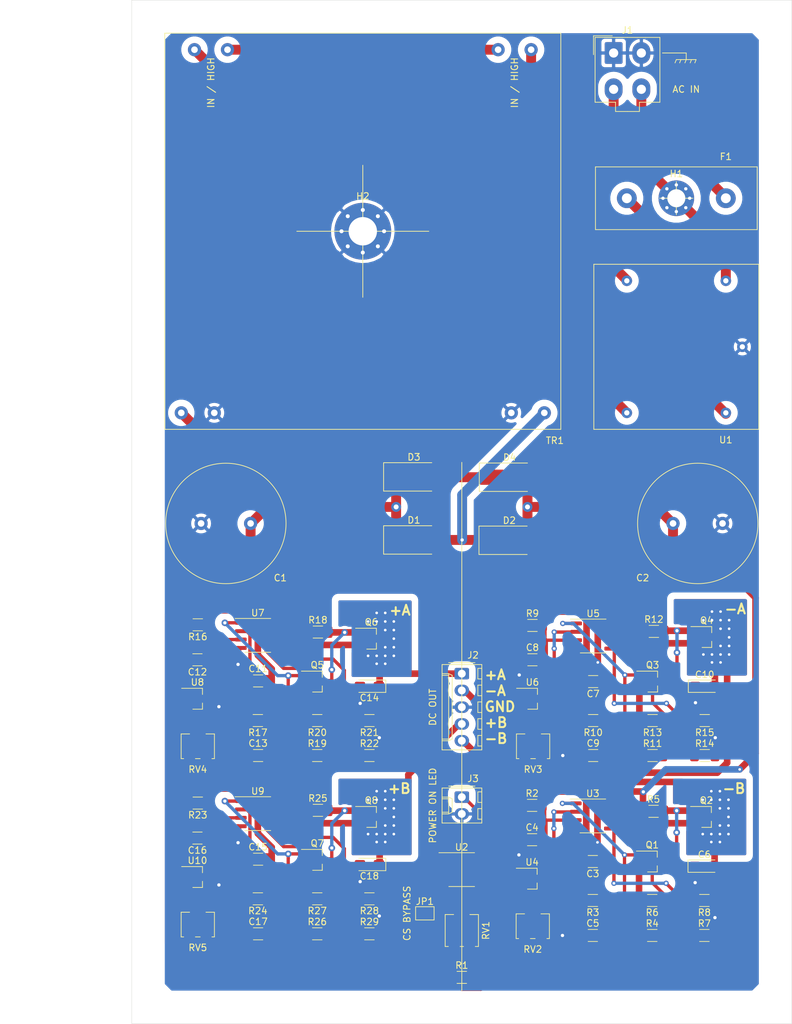
<source format=kicad_pcb>
(kicad_pcb (version 20171130) (host pcbnew "(5.1.9-0-10_14)")
  (layers (0 F.Cu signal) (31 B.Cu signal) (36 B.SilkS user) (37 F.SilkS user) (38 B.Mask user) (39 F.Mask user) (44 Edge.Cuts user))
  (net 0 "")
  (net 1 GND)
  (net 2 "/REG POS A/IN")
  (net 3 "/REG NEG A/IN")
  (net 4 "Net-(C4-Pad2)")
  (net 5 "Net-(C5-Pad2)")
  (net 6 "Net-(C5-Pad1)")
  (net 7 "/REG NEG B/OUT")
  (net 8 "Net-(C8-Pad2)")
  (net 9 "Net-(C9-Pad2)")
  (net 10 "Net-(C9-Pad1)")
  (net 11 "/REG NEG A/OUT")
  (net 12 "Net-(C12-Pad2)")
  (net 13 "Net-(C13-Pad2)")
  (net 14 "Net-(C13-Pad1)")
  (net 15 "/REG POS A/OUT")
  (net 16 "Net-(C16-Pad2)")
  (net 17 "Net-(C17-Pad2)")
  (net 18 "Net-(C17-Pad1)")
  (net 19 "/REG POS B/OUT")
  (net 20 "Net-(D1-Pad2)")
  (net 21 "Net-(D3-Pad2)")
  (net 22 "Net-(F1-Pad2)")
  (net 23 "Net-(F1-Pad1)")
  (net 24 "Net-(Q1-Pad3)")
  (net 25 "Net-(Q1-Pad2)")
  (net 26 "Net-(Q1-Pad1)")
  (net 27 "Net-(Q3-Pad3)")
  (net 28 "Net-(Q3-Pad2)")
  (net 29 "Net-(Q3-Pad1)")
  (net 30 "Net-(Q5-Pad3)")
  (net 31 "Net-(Q5-Pad2)")
  (net 32 "Net-(Q5-Pad1)")
  (net 33 "Net-(Q7-Pad3)")
  (net 34 "Net-(Q7-Pad2)")
  (net 35 "Net-(Q7-Pad1)")
  (net 36 "Net-(RV2-Pad2)")
  (net 37 "Net-(RV3-Pad2)")
  (net 38 "Net-(RV4-Pad2)")
  (net 39 "Net-(TR1-Pad2)")
  (net 40 "Net-(TR1-Pad4)")
  (net 41 "Net-(TR1-Pad1)")
  (net 42 "Net-(H1-Pad1)")
  (net 43 "Net-(J3-Pad1)")
  (net 44 "Net-(JP1-Pad2)")
  (net 45 "Net-(R4-Pad2)")
  (net 46 "Net-(R7-Pad1)")
  (net 47 "Net-(R11-Pad2)")
  (net 48 "Net-(R14-Pad1)")
  (net 49 "Net-(R19-Pad2)")
  (net 50 "Net-(R21-Pad2)")
  (net 51 "Net-(R26-Pad2)")
  (net 52 "Net-(R28-Pad2)")
  (net 53 "Net-(RV5-Pad2)")
  (module Package_SO:SOIC-8_3.9x4.9mm_P1.27mm (layer F.Cu) (at 94.98 156.68)
    (fp_text reference U2 (at 0 -3.4) (layer F.SilkS))
    (fp_text value LM334M)
    (pad 8 smd roundrect (at 2.475 -1.905) (size 1.95 0.6) (layers F.Cu F.Paste F.Mask))
    (pad 7 smd roundrect (at 2.475 -0.635) (size 1.95 0.6) (layers F.Cu F.Paste F.Mask))
    (pad 6 smd roundrect (at 2.475 0.635) (size 1.95 0.6) (layers F.Cu F.Paste F.Mask) (net 43 "Net-(J3-Pad1)"))
    (pad 5 smd roundrect (at 2.475 1.905) (size 1.95 0.6) (layers F.Cu F.Paste F.Mask))
    (pad 4 smd roundrect (at -2.475 1.905) (size 1.95 0.6) (layers F.Cu F.Paste F.Mask) (net 2 "/REG POS A/IN"))
    (pad 3 smd roundrect (at -2.475 0.635) (size 1.95 0.6) (layers F.Cu F.Paste F.Mask))
    (pad 2 smd roundrect (at -2.475 -0.635) (size 1.95 0.6) (layers F.Cu F.Paste F.Mask))
    (pad 1 smd roundrect (at -2.475 -1.905) (size 1.95 0.6) (layers F.Cu F.Paste F.Mask) (net 44 "Net-(JP1-Pad2)"))
  )
  (module Potentiometer_SMD:Potentiometer_Bourns_3214G_Horizontal (layer F.Cu) (at 95 165.9 270)
    (fp_text reference RV1 (at 0 -3.65 90) (layer F.SilkS))
    (fp_text value 1k)
    (pad 3 smd rect (at 2.6 1.15 270) (size 1.3 1.3) (layers F.Cu F.Paste F.Mask) (net 43 "Net-(J3-Pad1)"))
    (pad 2 smd rect (at -2.6 0 270) (size 1.3 2) (layers F.Cu F.Paste F.Mask) (net 44 "Net-(JP1-Pad2)"))
    (pad 1 smd rect (at 2.6 -1.15 270) (size 1.3 1.3) (layers F.Cu F.Paste F.Mask) (net 44 "Net-(JP1-Pad2)"))
  )
  (module Resistor_SMD:R_1206_3216Metric_Pad1.30x1.75mm_HandSolder (layer F.Cu) (at 95 173)
    (fp_text reference R1 (at 0 -1.82) (layer F.SilkS))
    (fp_text value 1k)
    (pad 2 smd roundrect (at 1.55 0) (size 1.3 1.75) (layers F.Cu F.Paste F.Mask) (roundrect_rratio 0.1923076923076923) (net 44 "Net-(JP1-Pad2)"))
    (pad 1 smd roundrect (at -1.55 0) (size 1.3 1.75) (layers F.Cu F.Paste F.Mask) (roundrect_rratio 0.1923076923076923) (net 43 "Net-(J3-Pad1)"))
  )
  (module Jumper:SolderJumper-2_P1.3mm_Open_TrianglePad1.0x1.5mm (layer F.Cu) (at 89.4 163.3)
    (fp_text reference JP1 (at 0 -1.8) (layer F.SilkS))
    (fp_text value "CS BYPASS" (at -2.7 0 90) (layer F.SilkS))
    (pad 1 smd custom (at -0.725 0) (size 0.3 0.3) (layers F.Cu F.Mask) (net 2 "/REG POS A/IN") (options (clearance outline) (anchor rect)) (primitives (gr_poly (pts (xy -0.5 -0.75) (xy 0.5 -0.75) (xy 1 0) (xy 0.5 0.75) (xy -0.5 0.75)) (width 0))))
    (pad 2 smd custom (at 0.725 0) (size 0.3 0.3) (layers F.Cu F.Mask) (net 44 "Net-(JP1-Pad2)") (options (clearance outline) (anchor rect)) (primitives (gr_poly (pts (xy -0.65 -0.75) (xy 0.5 -0.75) (xy 0.5 0.75) (xy -0.65 0.75) (xy -0.15 0)) (width 0))))
  )
  (module Connector_Molex:Molex_KK-254_AE-6410-02A_1x02_P2.54mm_Vertical (layer F.Cu) (at 95 145.7 270)
    (fp_text reference J3 (at -2.8 -1.7 180) (layer F.SilkS))
    (fp_text value "POWER ON LED" (at 1.27 4.4 90) (layer F.SilkS))
    (pad 2 thru_hole oval (at 2.54 0 270) (size 1.74 2.19) (drill 1.19) (layers *.Cu *.Mask) (net 1 GND))
    (pad 1 thru_hole roundrect (at 0 0 270) (size 1.74 2.19) (drill 1.19) (layers *.Cu *.Mask) (roundrect_rratio 0.1436775862068966) (net 43 "Net-(J3-Pad1)"))
  )
  (module Connector_Molex:Molex_KK-254_AE-6410-05A_1x05_P2.54mm_Vertical (layer F.Cu) (at 95 127 270)
    (fp_text reference J2 (at -2.8 -1.7 180) (layer F.SilkS))
    (fp_text value "DC OUT" (at 5.08 4.4 90) (layer F.SilkS))
    (pad 1 thru_hole roundrect (at 0 0 270) (size 1.74 2.19) (drill 1.19) (layers *.Cu *.Mask) (roundrect_rratio 0.1436775862068966) (net 15 "/REG POS A/OUT"))
    (pad 2 thru_hole oval (at 2.54 0 270) (size 1.74 2.19) (drill 1.19) (layers *.Cu *.Mask) (net 11 "/REG NEG A/OUT"))
    (pad 3 thru_hole oval (at 5.08 0 270) (size 1.74 2.19) (drill 1.19) (layers *.Cu *.Mask) (net 1 GND))
    (pad 4 thru_hole oval (at 7.62 0 270) (size 1.74 2.19) (drill 1.19) (layers *.Cu *.Mask) (net 19 "/REG POS B/OUT"))
    (pad 5 thru_hole oval (at 10.16 0 270) (size 1.74 2.19) (drill 1.19) (layers *.Cu *.Mask) (net 7 "/REG NEG B/OUT"))
  )
  (module Package_SO:SO-8_3.9x4.9mm_P1.27mm (layer F.Cu) (at 114.9 121.3)
    (fp_text reference U5 (at 0 -3.4) (layer F.SilkS))
    (fp_text value TL072)
    (pad 8 smd roundrect (at 2.575 -1.905) (size 1.75 0.6) (layers F.Cu F.Paste F.Mask) (net 1 GND))
    (pad 7 smd roundrect (at 2.575 -0.635) (size 1.75 0.6) (layers F.Cu F.Paste F.Mask) (net 47 "Net-(R11-Pad2)"))
    (pad 6 smd roundrect (at 2.575 0.635) (size 1.75 0.6) (layers F.Cu F.Paste F.Mask) (net 47 "Net-(R11-Pad2)"))
    (pad 5 smd roundrect (at 2.575 1.905) (size 1.75 0.6) (layers F.Cu F.Paste F.Mask) (net 48 "Net-(R14-Pad1)"))
    (pad 4 smd roundrect (at -2.575 1.905) (size 1.75 0.6) (layers F.Cu F.Paste F.Mask) (net 3 "/REG NEG A/IN"))
    (pad 3 smd roundrect (at -2.575 0.635) (size 1.75 0.6) (layers F.Cu F.Paste F.Mask) (net 8 "Net-(C8-Pad2)"))
    (pad 2 smd roundrect (at -2.575 -0.635) (size 1.75 0.6) (layers F.Cu F.Paste F.Mask) (net 9 "Net-(C9-Pad2)"))
    (pad 1 smd roundrect (at -2.575 -1.905) (size 1.75 0.6) (layers F.Cu F.Paste F.Mask) (net 29 "Net-(Q3-Pad1)"))
  )
  (module Resistor_SMD:R_1206_3216Metric_Pad1.30x1.75mm_HandSolder (layer F.Cu) (at 73.2 120.7)
    (fp_text reference R18 (at 0 -1.82) (layer F.SilkS))
    (fp_text value 1k)
    (pad 2 smd roundrect (at 1.55 0) (size 1.3 1.75) (layers F.Cu F.Paste F.Mask) (roundrect_rratio 0.1923076923076923) (net 30 "Net-(Q5-Pad3)"))
    (pad 1 smd roundrect (at -1.55 0) (size 1.3 1.75) (layers F.Cu F.Paste F.Mask) (roundrect_rratio 0.1923076923076923) (net 2 "/REG POS A/IN"))
  )
  (module MountingHole:MountingHole_4.3mm_M4_Pad_Via (layer F.Cu) (at 80 60)
    (fp_text reference H2 (at 0 -5.3) (layer F.SilkS))
    (fp_text value "TR mounting hole")
    (pad 1 thru_hole circle (at 2.280419 -2.280419) (size 0.9 0.9) (drill 0.6) (layers *.Cu *.Mask) (net 1 GND))
    (pad 1 thru_hole circle (at 0 -3.225) (size 0.9 0.9) (drill 0.6) (layers *.Cu *.Mask) (net 1 GND))
    (pad 1 thru_hole circle (at -2.280419 -2.280419) (size 0.9 0.9) (drill 0.6) (layers *.Cu *.Mask) (net 1 GND))
    (pad 1 thru_hole circle (at -3.225 0) (size 0.9 0.9) (drill 0.6) (layers *.Cu *.Mask) (net 1 GND))
    (pad 1 thru_hole circle (at -2.280419 2.280419) (size 0.9 0.9) (drill 0.6) (layers *.Cu *.Mask) (net 1 GND))
    (pad 1 thru_hole circle (at 0 3.225) (size 0.9 0.9) (drill 0.6) (layers *.Cu *.Mask) (net 1 GND))
    (pad 1 thru_hole circle (at 2.280419 2.280419) (size 0.9 0.9) (drill 0.6) (layers *.Cu *.Mask) (net 1 GND))
    (pad 1 thru_hole circle (at 3.225 0) (size 0.9 0.9) (drill 0.6) (layers *.Cu *.Mask) (net 1 GND))
    (pad 1 thru_hole circle (at 0 0) (size 8.6 8.6) (drill 4.3) (layers *.Cu *.Mask) (net 1 GND))
  )
  (module MountingHole:MountingHole_2.7mm_Pad_Via (layer F.Cu) (at 127.5 55)
    (fp_text reference H1 (at 0 -3.7) (layer F.SilkS))
    (fp_text value "F mounting hole")
    (pad 1 thru_hole circle (at 1.431891 -1.431891) (size 0.8 0.8) (drill 0.5) (layers *.Cu *.Mask) (net 42 "Net-(H1-Pad1)"))
    (pad 1 thru_hole circle (at 0 -2.025) (size 0.8 0.8) (drill 0.5) (layers *.Cu *.Mask) (net 42 "Net-(H1-Pad1)"))
    (pad 1 thru_hole circle (at -1.431891 -1.431891) (size 0.8 0.8) (drill 0.5) (layers *.Cu *.Mask) (net 42 "Net-(H1-Pad1)"))
    (pad 1 thru_hole circle (at -2.025 0) (size 0.8 0.8) (drill 0.5) (layers *.Cu *.Mask) (net 42 "Net-(H1-Pad1)"))
    (pad 1 thru_hole circle (at -1.431891 1.431891) (size 0.8 0.8) (drill 0.5) (layers *.Cu *.Mask) (net 42 "Net-(H1-Pad1)"))
    (pad 1 thru_hole circle (at 0 2.025) (size 0.8 0.8) (drill 0.5) (layers *.Cu *.Mask) (net 42 "Net-(H1-Pad1)"))
    (pad 1 thru_hole circle (at 1.431891 1.431891) (size 0.8 0.8) (drill 0.5) (layers *.Cu *.Mask) (net 42 "Net-(H1-Pad1)"))
    (pad 1 thru_hole circle (at 2.025 0) (size 0.8 0.8) (drill 0.5) (layers *.Cu *.Mask) (net 42 "Net-(H1-Pad1)"))
    (pad 1 thru_hole circle (at 0 0) (size 5.4 5.4) (drill 2.7) (layers *.Cu *.Mask) (net 42 "Net-(H1-Pad1)"))
  )
  (module Package_TO_SOT_SMD:SOT-23_Handsoldering (layer F.Cu) (at 54.95 157.8)
    (fp_text reference U10 (at 0 -2.5) (layer F.SilkS))
    (fp_text value TS432)
    (pad 3 smd rect (at 1.5 0) (size 1.9 0.8) (layers F.Cu F.Paste F.Mask) (net 1 GND))
    (pad 2 smd rect (at -1.5 0.95) (size 1.9 0.8) (layers F.Cu F.Paste F.Mask) (net 53 "Net-(RV5-Pad2)"))
    (pad 1 smd rect (at -1.5 -0.95) (size 1.9 0.8) (layers F.Cu F.Paste F.Mask) (net 16 "Net-(C16-Pad2)"))
  )
  (module Package_SO:SO-8_3.9x4.9mm_P1.27mm (layer F.Cu) (at 64.1 148.2)
    (fp_text reference U9 (at 0 -3.4) (layer F.SilkS))
    (fp_text value TL072)
    (pad 8 smd roundrect (at 2.575 -1.905) (size 1.75 0.6) (layers F.Cu F.Paste F.Mask) (net 2 "/REG POS A/IN"))
    (pad 7 smd roundrect (at 2.575 -0.635) (size 1.75 0.6) (layers F.Cu F.Paste F.Mask) (net 51 "Net-(R26-Pad2)"))
    (pad 6 smd roundrect (at 2.575 0.635) (size 1.75 0.6) (layers F.Cu F.Paste F.Mask) (net 51 "Net-(R26-Pad2)"))
    (pad 5 smd roundrect (at 2.575 1.905) (size 1.75 0.6) (layers F.Cu F.Paste F.Mask) (net 52 "Net-(R28-Pad2)"))
    (pad 4 smd roundrect (at -2.575 1.905) (size 1.75 0.6) (layers F.Cu F.Paste F.Mask) (net 1 GND))
    (pad 3 smd roundrect (at -2.575 0.635) (size 1.75 0.6) (layers F.Cu F.Paste F.Mask) (net 16 "Net-(C16-Pad2)"))
    (pad 2 smd roundrect (at -2.575 -0.635) (size 1.75 0.6) (layers F.Cu F.Paste F.Mask) (net 17 "Net-(C17-Pad2)"))
    (pad 1 smd roundrect (at -2.575 -1.905) (size 1.75 0.6) (layers F.Cu F.Paste F.Mask) (net 35 "Net-(Q7-Pad1)"))
  )
  (module Package_TO_SOT_SMD:SOT-23_Handsoldering (layer F.Cu) (at 54.95 130.8)
    (fp_text reference U8 (at 0 -2.5) (layer F.SilkS))
    (fp_text value TS432)
    (pad 3 smd rect (at 1.5 0) (size 1.9 0.8) (layers F.Cu F.Paste F.Mask) (net 1 GND))
    (pad 2 smd rect (at -1.5 0.95) (size 1.9 0.8) (layers F.Cu F.Paste F.Mask) (net 38 "Net-(RV4-Pad2)"))
    (pad 1 smd rect (at -1.5 -0.95) (size 1.9 0.8) (layers F.Cu F.Paste F.Mask) (net 12 "Net-(C12-Pad2)"))
  )
  (module Package_SO:SO-8_3.9x4.9mm_P1.27mm (layer F.Cu) (at 64.1 121.2)
    (fp_text reference U7 (at 0 -3.4) (layer F.SilkS))
    (fp_text value TL072)
    (pad 8 smd roundrect (at 2.575 -1.905) (size 1.75 0.6) (layers F.Cu F.Paste F.Mask) (net 2 "/REG POS A/IN"))
    (pad 7 smd roundrect (at 2.575 -0.635) (size 1.75 0.6) (layers F.Cu F.Paste F.Mask) (net 49 "Net-(R19-Pad2)"))
    (pad 6 smd roundrect (at 2.575 0.635) (size 1.75 0.6) (layers F.Cu F.Paste F.Mask) (net 49 "Net-(R19-Pad2)"))
    (pad 5 smd roundrect (at 2.575 1.905) (size 1.75 0.6) (layers F.Cu F.Paste F.Mask) (net 50 "Net-(R21-Pad2)"))
    (pad 4 smd roundrect (at -2.575 1.905) (size 1.75 0.6) (layers F.Cu F.Paste F.Mask) (net 1 GND))
    (pad 3 smd roundrect (at -2.575 0.635) (size 1.75 0.6) (layers F.Cu F.Paste F.Mask) (net 12 "Net-(C12-Pad2)"))
    (pad 2 smd roundrect (at -2.575 -0.635) (size 1.75 0.6) (layers F.Cu F.Paste F.Mask) (net 13 "Net-(C13-Pad2)"))
    (pad 1 smd roundrect (at -2.575 -1.905) (size 1.75 0.6) (layers F.Cu F.Paste F.Mask) (net 32 "Net-(Q5-Pad1)"))
  )
  (module Package_TO_SOT_SMD:SOT-23_Handsoldering (layer F.Cu) (at 105.7 130.8)
    (fp_text reference U6 (at 0 -2.5) (layer F.SilkS))
    (fp_text value TS432)
    (pad 3 smd rect (at 1.5 0) (size 1.9 0.8) (layers F.Cu F.Paste F.Mask) (net 8 "Net-(C8-Pad2)"))
    (pad 2 smd rect (at -1.5 0.95) (size 1.9 0.8) (layers F.Cu F.Paste F.Mask) (net 37 "Net-(RV3-Pad2)"))
    (pad 1 smd rect (at -1.5 -0.95) (size 1.9 0.8) (layers F.Cu F.Paste F.Mask) (net 1 GND))
  )
  (module Package_TO_SOT_SMD:SOT-23_Handsoldering (layer F.Cu) (at 105.65 158.05)
    (fp_text reference U4 (at 0 -2.5) (layer F.SilkS))
    (fp_text value TS432)
    (pad 3 smd rect (at 1.5 0) (size 1.9 0.8) (layers F.Cu F.Paste F.Mask) (net 4 "Net-(C4-Pad2)"))
    (pad 2 smd rect (at -1.5 0.95) (size 1.9 0.8) (layers F.Cu F.Paste F.Mask) (net 36 "Net-(RV2-Pad2)"))
    (pad 1 smd rect (at -1.5 -0.95) (size 1.9 0.8) (layers F.Cu F.Paste F.Mask) (net 1 GND))
  )
  (module Package_SO:SO-8_3.9x4.9mm_P1.27mm (layer F.Cu) (at 114.85 148.55)
    (fp_text reference U3 (at 0 -3.4) (layer F.SilkS))
    (fp_text value TL072)
    (pad 8 smd roundrect (at 2.575 -1.905) (size 1.75 0.6) (layers F.Cu F.Paste F.Mask) (net 1 GND))
    (pad 7 smd roundrect (at 2.575 -0.635) (size 1.75 0.6) (layers F.Cu F.Paste F.Mask) (net 45 "Net-(R4-Pad2)"))
    (pad 6 smd roundrect (at 2.575 0.635) (size 1.75 0.6) (layers F.Cu F.Paste F.Mask) (net 45 "Net-(R4-Pad2)"))
    (pad 5 smd roundrect (at 2.575 1.905) (size 1.75 0.6) (layers F.Cu F.Paste F.Mask) (net 46 "Net-(R7-Pad1)"))
    (pad 4 smd roundrect (at -2.575 1.905) (size 1.75 0.6) (layers F.Cu F.Paste F.Mask) (net 3 "/REG NEG A/IN"))
    (pad 3 smd roundrect (at -2.575 0.635) (size 1.75 0.6) (layers F.Cu F.Paste F.Mask) (net 4 "Net-(C4-Pad2)"))
    (pad 2 smd roundrect (at -2.575 -0.635) (size 1.75 0.6) (layers F.Cu F.Paste F.Mask) (net 5 "Net-(C5-Pad2)"))
    (pad 1 smd roundrect (at -2.575 -1.905) (size 1.75 0.6) (layers F.Cu F.Paste F.Mask) (net 26 "Net-(Q1-Pad1)"))
  )
  (module Custom:EMI_FILTER_25x25 (layer F.Cu) (at 127.5 77.5 180)
    (fp_text reference U1 (at -7.5 -14.1) (layer F.SilkS))
    (fp_text value "AP-01, Ohmite")
    (pad 4 thru_hole circle (at 7.5 10 180) (size 1.6 1.6) (drill 0.8) (layers *.Cu *.Mask) (net 41 "Net-(TR1-Pad1)"))
    (pad 5 thru_hole circle (at 7.5 -10 180) (size 1.6 1.6) (drill 0.8) (layers *.Cu *.Mask) (net 40 "Net-(TR1-Pad4)"))
    (pad 3 thru_hole circle (at -7.5 10 180) (size 1.6 1.6) (drill 0.8) (layers *.Cu *.Mask) (net 42 "Net-(H1-Pad1)"))
    (pad 2 thru_hole circle (at -10 0 180) (size 1.6 1.6) (drill 0.8) (layers *.Cu *.Mask) (net 1 GND))
    (pad 1 thru_hole circle (at -7.5 -10 180) (size 1.6 1.6) (drill 0.8) (layers *.Cu *.Mask) (net 22 "Net-(F1-Pad2)"))
  )
  (module Custom:TF_60x60 (layer F.Cu) (at 80 60 270)
    (fp_text reference TR1 (at 31.7 -29.1 180) (layer F.SilkS))
    (fp_text value "TALEMA 70063K")
    (fp_text user "IN / HIGH" (at -22.5 23 90) (layer F.SilkS))
    (fp_text user "IN / HIGH" (at -22.5 -23 90) (layer F.SilkS))
    (pad 6 thru_hole circle (at 27.5 22.5 270) (size 2 2) (drill 1) (layers *.Cu *.Mask) (net 1 GND))
    (pad 5 thru_hole circle (at 27.5 27.5 270) (size 2 2) (drill 1) (layers *.Cu *.Mask) (net 21 "Net-(D3-Pad2)"))
    (pad 7 thru_hole circle (at 27.5 -22.5 270) (size 2 2) (drill 1) (layers *.Cu *.Mask) (net 1 GND))
    (pad 8 thru_hole circle (at 27.5 -27.5 270) (size 2 2) (drill 1) (layers *.Cu *.Mask) (net 20 "Net-(D1-Pad2)"))
    (pad 3 thru_hole circle (at -27.5 20.5 270) (size 2 2) (drill 1) (layers *.Cu *.Mask) (net 39 "Net-(TR1-Pad2)"))
    (pad 4 thru_hole circle (at -27.5 25.5 270) (size 2 2) (drill 1) (layers *.Cu *.Mask) (net 40 "Net-(TR1-Pad4)"))
    (pad 2 thru_hole circle (at -27.5 -20.5 270) (size 2 2) (drill 1) (layers *.Cu *.Mask) (net 39 "Net-(TR1-Pad2)"))
    (pad 1 thru_hole circle (at -27.5 -25.5 270) (size 2 2) (drill 1) (layers *.Cu *.Mask) (net 41 "Net-(TR1-Pad1)"))
  )
  (module Potentiometer_SMD:Potentiometer_Bourns_3224W_Vertical (layer F.Cu) (at 55 165 180)
    (fp_text reference RV5 (at 0 -3.5) (layer F.SilkS))
    (fp_text value 20k)
    (pad 3 smd rect (at -1.25 -1.45 180) (size 1.3 1.6) (layers F.Cu F.Paste F.Mask) (net 1 GND))
    (pad 2 smd rect (at 0 1.45 180) (size 2 1.6) (layers F.Cu F.Paste F.Mask) (net 53 "Net-(RV5-Pad2)"))
    (pad 1 smd rect (at 1.25 -1.45 180) (size 1.3 1.6) (layers F.Cu F.Paste F.Mask) (net 16 "Net-(C16-Pad2)"))
  )
  (module Potentiometer_SMD:Potentiometer_Bourns_3224W_Vertical (layer F.Cu) (at 55 138 180)
    (fp_text reference RV4 (at 0 -3.5) (layer F.SilkS))
    (fp_text value 20k)
    (pad 3 smd rect (at -1.25 -1.45 180) (size 1.3 1.6) (layers F.Cu F.Paste F.Mask) (net 1 GND))
    (pad 2 smd rect (at 0 1.45 180) (size 2 1.6) (layers F.Cu F.Paste F.Mask) (net 38 "Net-(RV4-Pad2)"))
    (pad 1 smd rect (at 1.25 -1.45 180) (size 1.3 1.6) (layers F.Cu F.Paste F.Mask) (net 12 "Net-(C12-Pad2)"))
  )
  (module Potentiometer_SMD:Potentiometer_Bourns_3224W_Vertical (layer F.Cu) (at 105.8 138 180)
    (fp_text reference RV3 (at 0 -3.5) (layer F.SilkS))
    (fp_text value 20k)
    (pad 3 smd rect (at -1.25 -1.45 180) (size 1.3 1.6) (layers F.Cu F.Paste F.Mask) (net 1 GND))
    (pad 2 smd rect (at 0 1.45 180) (size 2 1.6) (layers F.Cu F.Paste F.Mask) (net 37 "Net-(RV3-Pad2)"))
    (pad 1 smd rect (at 1.25 -1.45 180) (size 1.3 1.6) (layers F.Cu F.Paste F.Mask) (net 8 "Net-(C8-Pad2)"))
  )
  (module Potentiometer_SMD:Potentiometer_Bourns_3224W_Vertical (layer F.Cu) (at 105.75 165.25 180)
    (fp_text reference RV2 (at 0 -3.5) (layer F.SilkS))
    (fp_text value 20k)
    (pad 3 smd rect (at -1.25 -1.45 180) (size 1.3 1.6) (layers F.Cu F.Paste F.Mask) (net 1 GND))
    (pad 2 smd rect (at 0 1.45 180) (size 2 1.6) (layers F.Cu F.Paste F.Mask) (net 36 "Net-(RV2-Pad2)"))
    (pad 1 smd rect (at 1.25 -1.45 180) (size 1.3 1.6) (layers F.Cu F.Paste F.Mask) (net 4 "Net-(C4-Pad2)"))
  )
  (module Resistor_SMD:R_1206_3216Metric_Pad1.30x1.75mm_HandSolder (layer F.Cu) (at 81 166.4)
    (fp_text reference R29 (at 0 -1.82) (layer F.SilkS))
    (fp_text value 10k)
    (pad 2 smd roundrect (at 1.55 0) (size 1.3 1.75) (layers F.Cu F.Paste F.Mask) (roundrect_rratio 0.1923076923076923) (net 1 GND))
    (pad 1 smd roundrect (at -1.55 0) (size 1.3 1.75) (layers F.Cu F.Paste F.Mask) (roundrect_rratio 0.1923076923076923) (net 52 "Net-(R28-Pad2)"))
  )
  (module Resistor_SMD:R_1206_3216Metric_Pad1.30x1.75mm_HandSolder (layer F.Cu) (at 81 161.1 180)
    (fp_text reference R28 (at 0 -1.82) (layer F.SilkS))
    (fp_text value 10k)
    (pad 2 smd roundrect (at 1.55 0 180) (size 1.3 1.75) (layers F.Cu F.Paste F.Mask) (roundrect_rratio 0.1923076923076923) (net 52 "Net-(R28-Pad2)"))
    (pad 1 smd roundrect (at -1.55 0 180) (size 1.3 1.75) (layers F.Cu F.Paste F.Mask) (roundrect_rratio 0.1923076923076923) (net 19 "/REG POS B/OUT"))
  )
  (module Resistor_SMD:R_1206_3216Metric_Pad1.30x1.75mm_HandSolder (layer F.Cu) (at 73.1 161.1 180)
    (fp_text reference R27 (at 0 -1.82) (layer F.SilkS))
    (fp_text value 1k)
    (pad 2 smd roundrect (at 1.55 0 180) (size 1.3 1.75) (layers F.Cu F.Paste F.Mask) (roundrect_rratio 0.1923076923076923) (net 34 "Net-(Q7-Pad2)"))
    (pad 1 smd roundrect (at -1.55 0 180) (size 1.3 1.75) (layers F.Cu F.Paste F.Mask) (roundrect_rratio 0.1923076923076923) (net 51 "Net-(R26-Pad2)"))
  )
  (module Resistor_SMD:R_1206_3216Metric_Pad1.30x1.75mm_HandSolder (layer F.Cu) (at 73.1 166.4)
    (fp_text reference R26 (at 0 -1.82) (layer F.SilkS))
    (fp_text value 10k)
    (pad 2 smd roundrect (at 1.55 0) (size 1.3 1.75) (layers F.Cu F.Paste F.Mask) (roundrect_rratio 0.1923076923076923) (net 51 "Net-(R26-Pad2)"))
    (pad 1 smd roundrect (at -1.55 0) (size 1.3 1.75) (layers F.Cu F.Paste F.Mask) (roundrect_rratio 0.1923076923076923) (net 17 "Net-(C17-Pad2)"))
  )
  (module Resistor_SMD:R_1206_3216Metric_Pad1.30x1.75mm_HandSolder (layer F.Cu) (at 73.2 147.7)
    (fp_text reference R25 (at 0 -1.82) (layer F.SilkS))
    (fp_text value 1k)
    (pad 2 smd roundrect (at 1.55 0) (size 1.3 1.75) (layers F.Cu F.Paste F.Mask) (roundrect_rratio 0.1923076923076923) (net 33 "Net-(Q7-Pad3)"))
    (pad 1 smd roundrect (at -1.55 0) (size 1.3 1.75) (layers F.Cu F.Paste F.Mask) (roundrect_rratio 0.1923076923076923) (net 2 "/REG POS A/IN"))
  )
  (module Resistor_SMD:R_1206_3216Metric_Pad1.30x1.75mm_HandSolder (layer F.Cu) (at 64.1 161.1 180)
    (fp_text reference R24 (at 0 -1.82) (layer F.SilkS))
    (fp_text value 10k)
    (pad 2 smd roundrect (at 1.55 0 180) (size 1.3 1.75) (layers F.Cu F.Paste F.Mask) (roundrect_rratio 0.1923076923076923) (net 18 "Net-(C17-Pad1)"))
    (pad 1 smd roundrect (at -1.55 0 180) (size 1.3 1.75) (layers F.Cu F.Paste F.Mask) (roundrect_rratio 0.1923076923076923) (net 35 "Net-(Q7-Pad1)"))
  )
  (module Resistor_SMD:R_1206_3216Metric_Pad1.30x1.75mm_HandSolder (layer F.Cu) (at 55 146.6 180)
    (fp_text reference R23 (at 0 -1.82) (layer F.SilkS))
    (fp_text value 10k)
    (pad 2 smd roundrect (at 1.55 0 180) (size 1.3 1.75) (layers F.Cu F.Paste F.Mask) (roundrect_rratio 0.1923076923076923) (net 16 "Net-(C16-Pad2)"))
    (pad 1 smd roundrect (at -1.55 0 180) (size 1.3 1.75) (layers F.Cu F.Paste F.Mask) (roundrect_rratio 0.1923076923076923) (net 2 "/REG POS A/IN"))
  )
  (module Resistor_SMD:R_1206_3216Metric_Pad1.30x1.75mm_HandSolder (layer F.Cu) (at 81 139.4)
    (fp_text reference R22 (at 0 -1.82) (layer F.SilkS))
    (fp_text value 10k)
    (pad 2 smd roundrect (at 1.55 0) (size 1.3 1.75) (layers F.Cu F.Paste F.Mask) (roundrect_rratio 0.1923076923076923) (net 1 GND))
    (pad 1 smd roundrect (at -1.55 0) (size 1.3 1.75) (layers F.Cu F.Paste F.Mask) (roundrect_rratio 0.1923076923076923) (net 50 "Net-(R21-Pad2)"))
  )
  (module Resistor_SMD:R_1206_3216Metric_Pad1.30x1.75mm_HandSolder (layer F.Cu) (at 81 134.1 180)
    (fp_text reference R21 (at 0 -1.82) (layer F.SilkS))
    (fp_text value 10k)
    (pad 2 smd roundrect (at 1.55 0 180) (size 1.3 1.75) (layers F.Cu F.Paste F.Mask) (roundrect_rratio 0.1923076923076923) (net 50 "Net-(R21-Pad2)"))
    (pad 1 smd roundrect (at -1.55 0 180) (size 1.3 1.75) (layers F.Cu F.Paste F.Mask) (roundrect_rratio 0.1923076923076923) (net 15 "/REG POS A/OUT"))
  )
  (module Resistor_SMD:R_1206_3216Metric_Pad1.30x1.75mm_HandSolder (layer F.Cu) (at 73.1 134.1 180)
    (fp_text reference R20 (at 0 -1.82) (layer F.SilkS))
    (fp_text value 1k)
    (pad 2 smd roundrect (at 1.55 0 180) (size 1.3 1.75) (layers F.Cu F.Paste F.Mask) (roundrect_rratio 0.1923076923076923) (net 31 "Net-(Q5-Pad2)"))
    (pad 1 smd roundrect (at -1.55 0 180) (size 1.3 1.75) (layers F.Cu F.Paste F.Mask) (roundrect_rratio 0.1923076923076923) (net 49 "Net-(R19-Pad2)"))
  )
  (module Resistor_SMD:R_1206_3216Metric_Pad1.30x1.75mm_HandSolder (layer F.Cu) (at 73.1 139.4)
    (fp_text reference R19 (at 0 -1.82) (layer F.SilkS))
    (fp_text value 10k)
    (pad 2 smd roundrect (at 1.55 0) (size 1.3 1.75) (layers F.Cu F.Paste F.Mask) (roundrect_rratio 0.1923076923076923) (net 49 "Net-(R19-Pad2)"))
    (pad 1 smd roundrect (at -1.55 0) (size 1.3 1.75) (layers F.Cu F.Paste F.Mask) (roundrect_rratio 0.1923076923076923) (net 13 "Net-(C13-Pad2)"))
  )
  (module Resistor_SMD:R_1206_3216Metric_Pad1.30x1.75mm_HandSolder (layer F.Cu) (at 64.1 134.1 180)
    (fp_text reference R17 (at 0 -1.82) (layer F.SilkS))
    (fp_text value 10k)
    (pad 2 smd roundrect (at 1.55 0 180) (size 1.3 1.75) (layers F.Cu F.Paste F.Mask) (roundrect_rratio 0.1923076923076923) (net 14 "Net-(C13-Pad1)"))
    (pad 1 smd roundrect (at -1.55 0 180) (size 1.3 1.75) (layers F.Cu F.Paste F.Mask) (roundrect_rratio 0.1923076923076923) (net 32 "Net-(Q5-Pad1)"))
  )
  (module Resistor_SMD:R_1206_3216Metric_Pad1.30x1.75mm_HandSolder (layer F.Cu) (at 55 119.6 180)
    (fp_text reference R16 (at 0 -1.82) (layer F.SilkS))
    (fp_text value 10k)
    (pad 2 smd roundrect (at 1.55 0 180) (size 1.3 1.75) (layers F.Cu F.Paste F.Mask) (roundrect_rratio 0.1923076923076923) (net 12 "Net-(C12-Pad2)"))
    (pad 1 smd roundrect (at -1.55 0 180) (size 1.3 1.75) (layers F.Cu F.Paste F.Mask) (roundrect_rratio 0.1923076923076923) (net 2 "/REG POS A/IN"))
  )
  (module Resistor_SMD:R_1206_3216Metric_Pad1.30x1.75mm_HandSolder (layer F.Cu) (at 131.8 134.1 180)
    (fp_text reference R15 (at 0 -1.82) (layer F.SilkS))
    (fp_text value 10k)
    (pad 2 smd roundrect (at 1.55 0 180) (size 1.3 1.75) (layers F.Cu F.Paste F.Mask) (roundrect_rratio 0.1923076923076923) (net 48 "Net-(R14-Pad1)"))
    (pad 1 smd roundrect (at -1.55 0 180) (size 1.3 1.75) (layers F.Cu F.Paste F.Mask) (roundrect_rratio 0.1923076923076923) (net 11 "/REG NEG A/OUT"))
  )
  (module Resistor_SMD:R_1206_3216Metric_Pad1.30x1.75mm_HandSolder (layer F.Cu) (at 131.8 139.4)
    (fp_text reference R14 (at 0 -1.82) (layer F.SilkS))
    (fp_text value 10k)
    (pad 2 smd roundrect (at 1.55 0) (size 1.3 1.75) (layers F.Cu F.Paste F.Mask) (roundrect_rratio 0.1923076923076923) (net 1 GND))
    (pad 1 smd roundrect (at -1.55 0) (size 1.3 1.75) (layers F.Cu F.Paste F.Mask) (roundrect_rratio 0.1923076923076923) (net 48 "Net-(R14-Pad1)"))
  )
  (module Resistor_SMD:R_1206_3216Metric_Pad1.30x1.75mm_HandSolder (layer F.Cu) (at 123.9 134.1 180)
    (fp_text reference R13 (at 0 -1.82) (layer F.SilkS))
    (fp_text value 1k)
    (pad 2 smd roundrect (at 1.55 0 180) (size 1.3 1.75) (layers F.Cu F.Paste F.Mask) (roundrect_rratio 0.1923076923076923) (net 28 "Net-(Q3-Pad2)"))
    (pad 1 smd roundrect (at -1.55 0 180) (size 1.3 1.75) (layers F.Cu F.Paste F.Mask) (roundrect_rratio 0.1923076923076923) (net 47 "Net-(R11-Pad2)"))
  )
  (module Resistor_SMD:R_1206_3216Metric_Pad1.30x1.75mm_HandSolder (layer F.Cu) (at 124.1 120.6)
    (fp_text reference R12 (at 0 -1.82) (layer F.SilkS))
    (fp_text value 1k)
    (pad 2 smd roundrect (at 1.55 0) (size 1.3 1.75) (layers F.Cu F.Paste F.Mask) (roundrect_rratio 0.1923076923076923) (net 27 "Net-(Q3-Pad3)"))
    (pad 1 smd roundrect (at -1.55 0) (size 1.3 1.75) (layers F.Cu F.Paste F.Mask) (roundrect_rratio 0.1923076923076923) (net 3 "/REG NEG A/IN"))
  )
  (module Resistor_SMD:R_1206_3216Metric_Pad1.30x1.75mm_HandSolder (layer F.Cu) (at 123.9 139.4)
    (fp_text reference R11 (at 0 -1.82) (layer F.SilkS))
    (fp_text value 10k)
    (pad 2 smd roundrect (at 1.55 0) (size 1.3 1.75) (layers F.Cu F.Paste F.Mask) (roundrect_rratio 0.1923076923076923) (net 47 "Net-(R11-Pad2)"))
    (pad 1 smd roundrect (at -1.55 0) (size 1.3 1.75) (layers F.Cu F.Paste F.Mask) (roundrect_rratio 0.1923076923076923) (net 9 "Net-(C9-Pad2)"))
  )
  (module Resistor_SMD:R_1206_3216Metric_Pad1.30x1.75mm_HandSolder (layer F.Cu) (at 114.9 134.1 180)
    (fp_text reference R10 (at 0 -1.82) (layer F.SilkS))
    (fp_text value 10k)
    (pad 2 smd roundrect (at 1.55 0 180) (size 1.3 1.75) (layers F.Cu F.Paste F.Mask) (roundrect_rratio 0.1923076923076923) (net 10 "Net-(C9-Pad1)"))
    (pad 1 smd roundrect (at -1.55 0 180) (size 1.3 1.75) (layers F.Cu F.Paste F.Mask) (roundrect_rratio 0.1923076923076923) (net 29 "Net-(Q3-Pad1)"))
  )
  (module Resistor_SMD:R_1206_3216Metric_Pad1.30x1.75mm_HandSolder (layer F.Cu) (at 105.7 119.7)
    (fp_text reference R9 (at 0 -1.82) (layer F.SilkS))
    (fp_text value 10k)
    (pad 2 smd roundrect (at 1.55 0) (size 1.3 1.75) (layers F.Cu F.Paste F.Mask) (roundrect_rratio 0.1923076923076923) (net 8 "Net-(C8-Pad2)"))
    (pad 1 smd roundrect (at -1.55 0) (size 1.3 1.75) (layers F.Cu F.Paste F.Mask) (roundrect_rratio 0.1923076923076923) (net 3 "/REG NEG A/IN"))
  )
  (module Resistor_SMD:R_1206_3216Metric_Pad1.30x1.75mm_HandSolder (layer F.Cu) (at 131.75 161.35 180)
    (fp_text reference R8 (at 0 -1.82) (layer F.SilkS))
    (fp_text value 10k)
    (pad 2 smd roundrect (at 1.55 0 180) (size 1.3 1.75) (layers F.Cu F.Paste F.Mask) (roundrect_rratio 0.1923076923076923) (net 46 "Net-(R7-Pad1)"))
    (pad 1 smd roundrect (at -1.55 0 180) (size 1.3 1.75) (layers F.Cu F.Paste F.Mask) (roundrect_rratio 0.1923076923076923) (net 7 "/REG NEG B/OUT"))
  )
  (module Resistor_SMD:R_1206_3216Metric_Pad1.30x1.75mm_HandSolder (layer F.Cu) (at 131.75 166.65)
    (fp_text reference R7 (at 0 -1.82) (layer F.SilkS))
    (fp_text value 10k)
    (pad 2 smd roundrect (at 1.55 0) (size 1.3 1.75) (layers F.Cu F.Paste F.Mask) (roundrect_rratio 0.1923076923076923) (net 1 GND))
    (pad 1 smd roundrect (at -1.55 0) (size 1.3 1.75) (layers F.Cu F.Paste F.Mask) (roundrect_rratio 0.1923076923076923) (net 46 "Net-(R7-Pad1)"))
  )
  (module Resistor_SMD:R_1206_3216Metric_Pad1.30x1.75mm_HandSolder (layer F.Cu) (at 123.85 161.35 180)
    (fp_text reference R6 (at 0 -1.82) (layer F.SilkS))
    (fp_text value 1k)
    (pad 2 smd roundrect (at 1.55 0 180) (size 1.3 1.75) (layers F.Cu F.Paste F.Mask) (roundrect_rratio 0.1923076923076923) (net 25 "Net-(Q1-Pad2)"))
    (pad 1 smd roundrect (at -1.55 0 180) (size 1.3 1.75) (layers F.Cu F.Paste F.Mask) (roundrect_rratio 0.1923076923076923) (net 45 "Net-(R4-Pad2)"))
  )
  (module Resistor_SMD:R_1206_3216Metric_Pad1.30x1.75mm_HandSolder (layer F.Cu) (at 124.05 147.85)
    (fp_text reference R5 (at 0 -1.82) (layer F.SilkS))
    (fp_text value 1k)
    (pad 2 smd roundrect (at 1.55 0) (size 1.3 1.75) (layers F.Cu F.Paste F.Mask) (roundrect_rratio 0.1923076923076923) (net 24 "Net-(Q1-Pad3)"))
    (pad 1 smd roundrect (at -1.55 0) (size 1.3 1.75) (layers F.Cu F.Paste F.Mask) (roundrect_rratio 0.1923076923076923) (net 3 "/REG NEG A/IN"))
  )
  (module Resistor_SMD:R_1206_3216Metric_Pad1.30x1.75mm_HandSolder (layer F.Cu) (at 123.85 166.65)
    (fp_text reference R4 (at 0 -1.82) (layer F.SilkS))
    (fp_text value 10k)
    (pad 2 smd roundrect (at 1.55 0) (size 1.3 1.75) (layers F.Cu F.Paste F.Mask) (roundrect_rratio 0.1923076923076923) (net 45 "Net-(R4-Pad2)"))
    (pad 1 smd roundrect (at -1.55 0) (size 1.3 1.75) (layers F.Cu F.Paste F.Mask) (roundrect_rratio 0.1923076923076923) (net 5 "Net-(C5-Pad2)"))
  )
  (module Resistor_SMD:R_1206_3216Metric_Pad1.30x1.75mm_HandSolder (layer F.Cu) (at 114.85 161.35 180)
    (fp_text reference R3 (at 0 -1.82) (layer F.SilkS))
    (fp_text value 10k)
    (pad 2 smd roundrect (at 1.55 0 180) (size 1.3 1.75) (layers F.Cu F.Paste F.Mask) (roundrect_rratio 0.1923076923076923) (net 6 "Net-(C5-Pad1)"))
    (pad 1 smd roundrect (at -1.55 0 180) (size 1.3 1.75) (layers F.Cu F.Paste F.Mask) (roundrect_rratio 0.1923076923076923) (net 26 "Net-(Q1-Pad1)"))
  )
  (module Resistor_SMD:R_1206_3216Metric_Pad1.30x1.75mm_HandSolder (layer F.Cu) (at 105.65 146.95)
    (fp_text reference R2 (at 0 -1.82) (layer F.SilkS))
    (fp_text value 10k)
    (pad 2 smd roundrect (at 1.55 0) (size 1.3 1.75) (layers F.Cu F.Paste F.Mask) (roundrect_rratio 0.1923076923076923) (net 4 "Net-(C4-Pad2)"))
    (pad 1 smd roundrect (at -1.55 0) (size 1.3 1.75) (layers F.Cu F.Paste F.Mask) (roundrect_rratio 0.1923076923076923) (net 3 "/REG NEG A/IN"))
  )
  (module Package_TO_SOT_SMD:SOT-23_Handsoldering (layer F.Cu) (at 81.3 148.7)
    (fp_text reference Q8 (at 0 -2.5) (layer F.SilkS))
    (fp_text value BC807-40)
    (pad 3 smd rect (at 1.5 0) (size 1.9 0.8) (layers F.Cu F.Paste F.Mask) (net 19 "/REG POS B/OUT"))
    (pad 2 smd rect (at -1.5 0.95) (size 1.9 0.8) (layers F.Cu F.Paste F.Mask) (net 2 "/REG POS A/IN"))
    (pad 1 smd rect (at -1.5 -0.95) (size 1.9 0.8) (layers F.Cu F.Paste F.Mask) (net 33 "Net-(Q7-Pad3)"))
  )
  (module Package_TO_SOT_SMD:SOT-23_Handsoldering (layer F.Cu) (at 73.1 155.2)
    (fp_text reference Q7 (at 0 -2.5) (layer F.SilkS))
    (fp_text value BC847A)
    (pad 3 smd rect (at 1.5 0) (size 1.9 0.8) (layers F.Cu F.Paste F.Mask) (net 33 "Net-(Q7-Pad3)"))
    (pad 2 smd rect (at -1.5 0.95) (size 1.9 0.8) (layers F.Cu F.Paste F.Mask) (net 34 "Net-(Q7-Pad2)"))
    (pad 1 smd rect (at -1.5 -0.95) (size 1.9 0.8) (layers F.Cu F.Paste F.Mask) (net 35 "Net-(Q7-Pad1)"))
  )
  (module Package_TO_SOT_SMD:SOT-23_Handsoldering (layer F.Cu) (at 81.3 121.7)
    (fp_text reference Q6 (at 0 -2.5) (layer F.SilkS))
    (fp_text value BC807-40)
    (pad 3 smd rect (at 1.5 0) (size 1.9 0.8) (layers F.Cu F.Paste F.Mask) (net 15 "/REG POS A/OUT"))
    (pad 2 smd rect (at -1.5 0.95) (size 1.9 0.8) (layers F.Cu F.Paste F.Mask) (net 2 "/REG POS A/IN"))
    (pad 1 smd rect (at -1.5 -0.95) (size 1.9 0.8) (layers F.Cu F.Paste F.Mask) (net 30 "Net-(Q5-Pad3)"))
  )
  (module Package_TO_SOT_SMD:SOT-23_Handsoldering (layer F.Cu) (at 73.1 128.2)
    (fp_text reference Q5 (at 0 -2.5) (layer F.SilkS))
    (fp_text value BC847A)
    (pad 3 smd rect (at 1.5 0) (size 1.9 0.8) (layers F.Cu F.Paste F.Mask) (net 30 "Net-(Q5-Pad3)"))
    (pad 2 smd rect (at -1.5 0.95) (size 1.9 0.8) (layers F.Cu F.Paste F.Mask) (net 31 "Net-(Q5-Pad2)"))
    (pad 1 smd rect (at -1.5 -0.95) (size 1.9 0.8) (layers F.Cu F.Paste F.Mask) (net 32 "Net-(Q5-Pad1)"))
  )
  (module Package_TO_SOT_SMD:SOT-23_Handsoldering (layer F.Cu) (at 132.1 121.45)
    (fp_text reference Q4 (at 0 -2.5) (layer F.SilkS))
    (fp_text value BC817-40)
    (pad 1 smd rect (at -1.5 -0.95) (size 1.9 0.8) (layers F.Cu F.Paste F.Mask) (net 27 "Net-(Q3-Pad3)"))
    (pad 2 smd rect (at -1.5 0.95) (size 1.9 0.8) (layers F.Cu F.Paste F.Mask) (net 3 "/REG NEG A/IN"))
    (pad 3 smd rect (at 1.5 0) (size 1.9 0.8) (layers F.Cu F.Paste F.Mask) (net 11 "/REG NEG A/OUT"))
  )
  (module Package_TO_SOT_SMD:SOT-23_Handsoldering (layer F.Cu) (at 123.9 128.2)
    (fp_text reference Q3 (at 0 -2.5) (layer F.SilkS))
    (fp_text value BC857A)
    (pad 3 smd rect (at 1.5 0) (size 1.9 0.8) (layers F.Cu F.Paste F.Mask) (net 27 "Net-(Q3-Pad3)"))
    (pad 2 smd rect (at -1.5 0.95) (size 1.9 0.8) (layers F.Cu F.Paste F.Mask) (net 28 "Net-(Q3-Pad2)"))
    (pad 1 smd rect (at -1.5 -0.95) (size 1.9 0.8) (layers F.Cu F.Paste F.Mask) (net 29 "Net-(Q3-Pad1)"))
  )
  (module Package_TO_SOT_SMD:SOT-23_Handsoldering (layer F.Cu) (at 132.05 148.7)
    (fp_text reference Q2 (at 0 -2.5) (layer F.SilkS))
    (fp_text value BC817-40)
    (pad 3 smd rect (at 1.5 0) (size 1.9 0.8) (layers F.Cu F.Paste F.Mask) (net 7 "/REG NEG B/OUT"))
    (pad 2 smd rect (at -1.5 0.95) (size 1.9 0.8) (layers F.Cu F.Paste F.Mask) (net 3 "/REG NEG A/IN"))
    (pad 1 smd rect (at -1.5 -0.95) (size 1.9 0.8) (layers F.Cu F.Paste F.Mask) (net 24 "Net-(Q1-Pad3)"))
  )
  (module Package_TO_SOT_SMD:SOT-23_Handsoldering (layer F.Cu) (at 123.85 155.45)
    (fp_text reference Q1 (at 0 -2.5) (layer F.SilkS))
    (fp_text value BC857A)
    (pad 3 smd rect (at 1.5 0) (size 1.9 0.8) (layers F.Cu F.Paste F.Mask) (net 24 "Net-(Q1-Pad3)"))
    (pad 2 smd rect (at -1.5 0.95) (size 1.9 0.8) (layers F.Cu F.Paste F.Mask) (net 25 "Net-(Q1-Pad2)"))
    (pad 1 smd rect (at -1.5 -0.95) (size 1.9 0.8) (layers F.Cu F.Paste F.Mask) (net 26 "Net-(Q1-Pad1)"))
  )
  (module Connector_Molex:Molex_Mini-Fit_Jr_5566-04A_2x02_P4.20mm_Vertical (layer F.Cu) (at 118 33)
    (fp_text reference J1 (at 2.1 -3.45) (layer F.SilkS))
    (fp_text value "AC IN" (at 11 5.5) (layer F.SilkS))
    (pad 1 thru_hole roundrect (at 0 0) (size 2.7 3.3) (drill 1.4) (layers *.Cu *.Mask) (roundrect_rratio 0.09259296296296296) (net 1 GND))
    (pad 2 thru_hole oval (at 4.2 0) (size 2.7 3.3) (drill 1.4) (layers *.Cu *.Mask) (net 1 GND))
    (pad 3 thru_hole oval (at 0 5.5) (size 2.7 3.3) (drill 1.4) (layers *.Cu *.Mask) (net 42 "Net-(H1-Pad1)"))
    (pad 4 thru_hole oval (at 4.2 5.5) (size 2.7 3.3) (drill 1.4) (layers *.Cu *.Mask) (net 23 "Net-(F1-Pad1)"))
  )
  (module Custom:FUSE_5x20_Stelvio-Kontek_PTF75 (layer F.Cu) (at 127.5 65.5 180)
    (fp_text reference F1 (at -7.5 16.8) (layer F.SilkS))
    (fp_text value "0.25A 250V")
    (pad 2 thru_hole circle (at 7.5 10.5 180) (size 3 3) (drill 1.5) (layers *.Cu *.Mask) (net 22 "Net-(F1-Pad2)"))
    (pad 1 thru_hole circle (at -7.5 10.5 180) (size 3 3) (drill 1.5) (layers *.Cu *.Mask) (net 23 "Net-(F1-Pad1)"))
  )
  (module Diode_SMD:D_SMB_Handsoldering (layer F.Cu) (at 102.25 97.25)
    (fp_text reference D4 (at 0 -3) (layer F.SilkS))
    (fp_text value STPS2L40U)
    (pad 1 smd rect (at -2.7 0) (size 3.5 2.3) (layers F.Cu F.Paste F.Mask) (net 21 "Net-(D3-Pad2)"))
    (pad 2 smd rect (at 2.7 0) (size 3.5 2.3) (layers F.Cu F.Paste F.Mask) (net 3 "/REG NEG A/IN"))
  )
  (module Diode_SMD:D_SMB_Handsoldering (layer F.Cu) (at 87.75 97.2)
    (fp_text reference D3 (at 0 -3) (layer F.SilkS))
    (fp_text value STPS2L40U)
    (pad 1 smd rect (at -2.7 0) (size 3.5 2.3) (layers F.Cu F.Paste F.Mask) (net 2 "/REG POS A/IN"))
    (pad 2 smd rect (at 2.7 0) (size 3.5 2.3) (layers F.Cu F.Paste F.Mask) (net 21 "Net-(D3-Pad2)"))
  )
  (module Diode_SMD:D_SMB_Handsoldering (layer F.Cu) (at 102.2 106.8)
    (fp_text reference D2 (at 0 -3) (layer F.SilkS))
    (fp_text value STPS2L40U)
    (pad 1 smd rect (at -2.7 0) (size 3.5 2.3) (layers F.Cu F.Paste F.Mask) (net 20 "Net-(D1-Pad2)"))
    (pad 2 smd rect (at 2.7 0) (size 3.5 2.3) (layers F.Cu F.Paste F.Mask) (net 3 "/REG NEG A/IN"))
  )
  (module Diode_SMD:D_SMB_Handsoldering (layer F.Cu) (at 87.75 106.75)
    (fp_text reference D1 (at 0 -3) (layer F.SilkS))
    (fp_text value STPS2L40U)
    (pad 1 smd rect (at -2.7 0) (size 3.5 2.3) (layers F.Cu F.Paste F.Mask) (net 2 "/REG POS A/IN"))
    (pad 2 smd rect (at 2.7 0) (size 3.5 2.3) (layers F.Cu F.Paste F.Mask) (net 20 "Net-(D1-Pad2)"))
  )
  (module Capacitor_Tantalum_SMD:CP_EIA-3216-10_Kemet-I_Pad1.58x1.35mm_HandSolder (layer F.Cu) (at 81 155.9 180)
    (fp_text reference C18 (at 0 -1.75) (layer F.SilkS))
    (fp_text value 10u)
    (pad 2 smd roundrect (at 1.4375 0 180) (size 1.575 1.35) (layers F.Cu F.Paste F.Mask) (roundrect_rratio 0.1851844444444445) (net 1 GND))
    (pad 1 smd roundrect (at -1.4375 0 180) (size 1.575 1.35) (layers F.Cu F.Paste F.Mask) (roundrect_rratio 0.1851844444444445) (net 19 "/REG POS B/OUT"))
  )
  (module Capacitor_SMD:C_1206_3216Metric_Pad1.33x1.80mm_HandSolder (layer F.Cu) (at 64.1375 166.4)
    (fp_text reference C17 (at 0 -1.85) (layer F.SilkS))
    (fp_text value 47n)
    (pad 2 smd roundrect (at 1.5625 0) (size 1.325 1.8) (layers F.Cu F.Paste F.Mask) (roundrect_rratio 0.1886784905660377) (net 17 "Net-(C17-Pad2)"))
    (pad 1 smd roundrect (at -1.5625 0) (size 1.325 1.8) (layers F.Cu F.Paste F.Mask) (roundrect_rratio 0.1886784905660377) (net 18 "Net-(C17-Pad1)"))
  )
  (module Capacitor_SMD:C_1206_3216Metric_Pad1.33x1.80mm_HandSolder (layer F.Cu) (at 54.95 151.9 180)
    (fp_text reference C16 (at 0 -1.85) (layer F.SilkS))
    (fp_text value 1n)
    (pad 2 smd roundrect (at 1.5625 0 180) (size 1.325 1.8) (layers F.Cu F.Paste F.Mask) (roundrect_rratio 0.1886784905660377) (net 16 "Net-(C16-Pad2)"))
    (pad 1 smd roundrect (at -1.5625 0 180) (size 1.325 1.8) (layers F.Cu F.Paste F.Mask) (roundrect_rratio 0.1886784905660377) (net 1 GND))
  )
  (module Capacitor_SMD:C_1206_3216Metric_Pad1.33x1.80mm_HandSolder (layer F.Cu) (at 64.1375 155.1)
    (fp_text reference C15 (at 0 -1.85) (layer F.SilkS))
    (fp_text value 0.1u)
    (pad 2 smd roundrect (at 1.5625 0) (size 1.325 1.8) (layers F.Cu F.Paste F.Mask) (roundrect_rratio 0.1886784905660377) (net 2 "/REG POS A/IN"))
    (pad 1 smd roundrect (at -1.5625 0) (size 1.325 1.8) (layers F.Cu F.Paste F.Mask) (roundrect_rratio 0.1886784905660377) (net 1 GND))
  )
  (module Capacitor_Tantalum_SMD:CP_EIA-3216-10_Kemet-I_Pad1.58x1.35mm_HandSolder (layer F.Cu) (at 81 128.9 180)
    (fp_text reference C14 (at 0 -1.75) (layer F.SilkS))
    (fp_text value 10u)
    (pad 2 smd roundrect (at 1.4375 0 180) (size 1.575 1.35) (layers F.Cu F.Paste F.Mask) (roundrect_rratio 0.1851844444444445) (net 1 GND))
    (pad 1 smd roundrect (at -1.4375 0 180) (size 1.575 1.35) (layers F.Cu F.Paste F.Mask) (roundrect_rratio 0.1851844444444445) (net 15 "/REG POS A/OUT"))
  )
  (module Capacitor_SMD:C_1206_3216Metric_Pad1.33x1.80mm_HandSolder (layer F.Cu) (at 64.1375 139.4)
    (fp_text reference C13 (at 0 -1.85) (layer F.SilkS))
    (fp_text value 47n)
    (pad 2 smd roundrect (at 1.5625 0) (size 1.325 1.8) (layers F.Cu F.Paste F.Mask) (roundrect_rratio 0.1886784905660377) (net 13 "Net-(C13-Pad2)"))
    (pad 1 smd roundrect (at -1.5625 0) (size 1.325 1.8) (layers F.Cu F.Paste F.Mask) (roundrect_rratio 0.1886784905660377) (net 14 "Net-(C13-Pad1)"))
  )
  (module Capacitor_SMD:C_1206_3216Metric_Pad1.33x1.80mm_HandSolder (layer F.Cu) (at 54.95 124.9 180)
    (fp_text reference C12 (at 0 -1.85) (layer F.SilkS))
    (fp_text value 1n)
    (pad 2 smd roundrect (at 1.5625 0 180) (size 1.325 1.8) (layers F.Cu F.Paste F.Mask) (roundrect_rratio 0.1886784905660377) (net 12 "Net-(C12-Pad2)"))
    (pad 1 smd roundrect (at -1.5625 0 180) (size 1.325 1.8) (layers F.Cu F.Paste F.Mask) (roundrect_rratio 0.1886784905660377) (net 1 GND))
  )
  (module Capacitor_SMD:C_1206_3216Metric_Pad1.33x1.80mm_HandSolder (layer F.Cu) (at 64.1375 128.1)
    (fp_text reference C11 (at 0 -1.85) (layer F.SilkS))
    (fp_text value 0.1u)
    (pad 2 smd roundrect (at 1.5625 0) (size 1.325 1.8) (layers F.Cu F.Paste F.Mask) (roundrect_rratio 0.1886784905660377) (net 2 "/REG POS A/IN"))
    (pad 1 smd roundrect (at -1.5625 0) (size 1.325 1.8) (layers F.Cu F.Paste F.Mask) (roundrect_rratio 0.1886784905660377) (net 1 GND))
  )
  (module Capacitor_Tantalum_SMD:CP_EIA-3216-10_Kemet-I_Pad1.58x1.35mm_HandSolder (layer F.Cu) (at 131.8 128.9)
    (fp_text reference C10 (at 0 -1.75) (layer F.SilkS))
    (fp_text value 10u)
    (pad 2 smd roundrect (at 1.4375 0) (size 1.575 1.35) (layers F.Cu F.Paste F.Mask) (roundrect_rratio 0.1851844444444445) (net 11 "/REG NEG A/OUT"))
    (pad 1 smd roundrect (at -1.4375 0) (size 1.575 1.35) (layers F.Cu F.Paste F.Mask) (roundrect_rratio 0.1851844444444445) (net 1 GND))
  )
  (module Capacitor_SMD:C_1206_3216Metric_Pad1.33x1.80mm_HandSolder (layer F.Cu) (at 114.9 139.4)
    (fp_text reference C9 (at 0 -1.85) (layer F.SilkS))
    (fp_text value 47n)
    (pad 2 smd roundrect (at 1.5625 0) (size 1.325 1.8) (layers F.Cu F.Paste F.Mask) (roundrect_rratio 0.1886784905660377) (net 9 "Net-(C9-Pad2)"))
    (pad 1 smd roundrect (at -1.5625 0) (size 1.325 1.8) (layers F.Cu F.Paste F.Mask) (roundrect_rratio 0.1886784905660377) (net 10 "Net-(C9-Pad1)"))
  )
  (module Capacitor_SMD:C_1206_3216Metric_Pad1.33x1.80mm_HandSolder (layer F.Cu) (at 105.7 124.9)
    (fp_text reference C8 (at 0 -1.85) (layer F.SilkS))
    (fp_text value 1n)
    (pad 2 smd roundrect (at 1.5625 0) (size 1.325 1.8) (layers F.Cu F.Paste F.Mask) (roundrect_rratio 0.1886784905660377) (net 8 "Net-(C8-Pad2)"))
    (pad 1 smd roundrect (at -1.5625 0) (size 1.325 1.8) (layers F.Cu F.Paste F.Mask) (roundrect_rratio 0.1886784905660377) (net 1 GND))
  )
  (module Capacitor_SMD:C_1206_3216Metric_Pad1.33x1.80mm_HandSolder (layer F.Cu) (at 114.9 128.2 180)
    (fp_text reference C7 (at 0 -1.85) (layer F.SilkS))
    (fp_text value 0.1u)
    (pad 2 smd roundrect (at 1.5625 0 180) (size 1.325 1.8) (layers F.Cu F.Paste F.Mask) (roundrect_rratio 0.1886784905660377) (net 3 "/REG NEG A/IN"))
    (pad 1 smd roundrect (at -1.5625 0 180) (size 1.325 1.8) (layers F.Cu F.Paste F.Mask) (roundrect_rratio 0.1886784905660377) (net 1 GND))
  )
  (module Capacitor_Tantalum_SMD:CP_EIA-3216-10_Kemet-I_Pad1.58x1.35mm_HandSolder (layer F.Cu) (at 131.75 156.15)
    (fp_text reference C6 (at 0 -1.75) (layer F.SilkS))
    (fp_text value 10u)
    (pad 2 smd roundrect (at 1.4375 0) (size 1.575 1.35) (layers F.Cu F.Paste F.Mask) (roundrect_rratio 0.1851844444444445) (net 7 "/REG NEG B/OUT"))
    (pad 1 smd roundrect (at -1.4375 0) (size 1.575 1.35) (layers F.Cu F.Paste F.Mask) (roundrect_rratio 0.1851844444444445) (net 1 GND))
  )
  (module Capacitor_SMD:C_1206_3216Metric_Pad1.33x1.80mm_HandSolder (layer F.Cu) (at 114.85 166.65)
    (fp_text reference C5 (at 0 -1.85) (layer F.SilkS))
    (fp_text value 47n)
    (pad 2 smd roundrect (at 1.5625 0) (size 1.325 1.8) (layers F.Cu F.Paste F.Mask) (roundrect_rratio 0.1886784905660377) (net 5 "Net-(C5-Pad2)"))
    (pad 1 smd roundrect (at -1.5625 0) (size 1.325 1.8) (layers F.Cu F.Paste F.Mask) (roundrect_rratio 0.1886784905660377) (net 6 "Net-(C5-Pad1)"))
  )
  (module Capacitor_SMD:C_1206_3216Metric_Pad1.33x1.80mm_HandSolder (layer F.Cu) (at 105.65 152.15)
    (fp_text reference C4 (at 0 -1.85) (layer F.SilkS))
    (fp_text value 1n)
    (pad 2 smd roundrect (at 1.5625 0) (size 1.325 1.8) (layers F.Cu F.Paste F.Mask) (roundrect_rratio 0.1886784905660377) (net 4 "Net-(C4-Pad2)"))
    (pad 1 smd roundrect (at -1.5625 0) (size 1.325 1.8) (layers F.Cu F.Paste F.Mask) (roundrect_rratio 0.1886784905660377) (net 1 GND))
  )
  (module Capacitor_SMD:C_1206_3216Metric_Pad1.33x1.80mm_HandSolder (layer F.Cu) (at 114.85 155.45 180)
    (fp_text reference C3 (at 0 -1.85) (layer F.SilkS))
    (fp_text value 0.1u)
    (pad 2 smd roundrect (at 1.5625 0 180) (size 1.325 1.8) (layers F.Cu F.Paste F.Mask) (roundrect_rratio 0.1886784905660377) (net 3 "/REG NEG A/IN"))
    (pad 1 smd roundrect (at -1.5625 0 180) (size 1.325 1.8) (layers F.Cu F.Paste F.Mask) (roundrect_rratio 0.1886784905660377) (net 1 GND))
  )
  (module Capacitor_THT:C_Radial_D18.0mm_H35.5mm_P7.50mm (layer F.Cu) (at 134.5 104.25 180)
    (fp_text reference C2 (at 12.1 -8.25) (layer F.SilkS))
    (fp_text value 10000u)
    (pad 2 thru_hole circle (at 7.5 0 180) (size 2 2) (drill 1) (layers *.Cu *.Mask) (net 3 "/REG NEG A/IN"))
    (pad 1 thru_hole circle (at 0 0 180) (size 2 2) (drill 1) (layers *.Cu *.Mask) (net 1 GND))
  )
  (module Capacitor_THT:C_Radial_D18.0mm_H35.5mm_P7.50mm (layer F.Cu) (at 63 104.25 180)
    (fp_text reference C1 (at -4.5 -8.25) (layer F.SilkS))
    (fp_text value 10000u)
    (pad 2 thru_hole circle (at 7.5 0 180) (size 2 2) (drill 1) (layers *.Cu *.Mask) (net 1 GND))
    (pad 1 thru_hole circle (at 0 0 180) (size 2 2) (drill 1) (layers *.Cu *.Mask) (net 2 "/REG POS A/IN"))
  )
  (gr_line (start 125.4 33) (end 129 33) (layer F.SilkS) (width 0.12))
  (gr_line (start 130.3 34.5) (end 130.5 34) (layer F.SilkS) (width 0.12))
  (gr_line (start 129.6 34.5) (end 129.8 34) (layer F.SilkS) (width 0.12))
  (gr_line (start 128.8 34.5) (end 129 34) (layer F.SilkS) (width 0.12))
  (gr_line (start 128 34.5) (end 128.2 34) (layer F.SilkS) (width 0.12))
  (gr_line (start 127.3 34.5) (end 127.5 34) (layer F.SilkS) (width 0.12))
  (gr_line (start 127.5 34) (end 130.5 34) (layer F.SilkS) (width 0.12))
  (gr_line (start 129 33) (end 129 34) (layer F.SilkS) (width 0.12))
  (gr_text "+A\n-A\nGND\n+B\n-B" (at 98.3 132) (layer F.SilkS) (effects (font (size 1.5 1.5) (thickness 0.3)) (justify left)))
  (gr_text -B (at 138.1 144.4) (layer F.SilkS) (effects (font (size 1.5 1.5) (thickness 0.3)) (justify right)))
  (gr_text -A (at 138.2 117.2) (layer F.SilkS) (effects (font (size 1.5 1.5) (thickness 0.3)) (justify right)))
  (gr_text +B (at 87.4 144.4) (layer F.SilkS) (effects (font (size 1.5 1.5) (thickness 0.3)) (justify right)))
  (gr_text +A (at 87.4 117.4) (layer F.SilkS) (effects (font (size 1.5 1.5) (thickness 0.3)) (justify right)))
  (gr_line (start 95 175) (end 95 95) (layer F.SilkS) (width 0.12))
  (gr_line (start 145 25) (end 45 25) (layer Edge.Cuts) (width 0.05))
  (gr_line (start 145 180) (end 145 25) (layer Edge.Cuts) (width 0.05))
  (gr_line (start 45 180) (end 145 180) (layer Edge.Cuts) (width 0.05))
  (gr_line (start 45 25) (end 45 180) (layer Edge.Cuts) (width 0.05))
  (via (at 79.6 131.5) (size 1) (drill 0.5) (layers F.Cu B.Cu) (net 1))
  (via (at 58.2 132) (size 1) (drill 0.5) (layers F.Cu B.Cu) (net 1))
  (via (at 61.1 125.6) (size 1) (drill 0.5) (layers F.Cu B.Cu) (net 1))
  (segment (start 79.6 131.5) (end 79.6 129.1) (width 1) (layer F.Cu) (net 1))
  (segment (start 56.45 130.8) (end 58 130.8) (width 1) (layer F.Cu) (net 1))
  (segment (start 61.7 128.1) (end 62.1 128.1) (width 1) (layer F.Cu) (net 1))
  (segment (start 61.1 127.5) (end 61.7 128.1) (width 1) (layer F.Cu) (net 1))
  (segment (start 61.1 123.3) (end 61.1 127.5) (width 1) (layer F.Cu) (net 1))
  (via (at 82.5 136.7) (size 1) (drill 0.5) (layers F.Cu B.Cu) (net 1))
  (segment (start 82.5 139.35) (end 82.5 136.7) (width 1) (layer F.Cu) (net 1))
  (via (at 133.4 136.7) (size 1) (drill 0.5) (layers F.Cu B.Cu) (net 1))
  (via (at 130.4 131.4) (size 1) (drill 0.5) (layers F.Cu B.Cu) (net 1))
  (segment (start 133.4 139.35) (end 133.4 136.7) (width 1) (layer F.Cu) (net 1))
  (segment (start 130.4 128.9375) (end 130.4 131.4) (width 1) (layer F.Cu) (net 1))
  (via (at 110.3 139.4) (size 1) (drill 0.5) (layers F.Cu B.Cu) (net 1))
  (segment (start 110.25 139.45) (end 110.3 139.4) (width 1) (layer F.Cu) (net 1))
  (segment (start 107.05 139.45) (end 110.25 139.45) (width 1) (layer F.Cu) (net 1))
  (segment (start 103.7 129.7) (end 103.7 127.2) (width 1) (layer F.Cu) (net 1))
  (via (at 103.7 127.2) (size 1) (drill 0.5) (layers F.Cu B.Cu) (net 1))
  (segment (start 103.7 127.2) (end 103.7 124.6) (width 1) (layer F.Cu) (net 1))
  (segment (start 103.7 124.6) (end 103.8 124.5) (width 1) (layer F.Cu) (net 1))
  (segment (start 57.4 124.9) (end 56.5125 124.9) (width 1) (layer F.Cu) (net 1))
  (segment (start 58.2 125.7) (end 57.4 124.9) (width 1) (layer F.Cu) (net 1))
  (segment (start 58.2 134.1) (end 58.2 125.7) (width 1) (layer F.Cu) (net 1))
  (segment (start 58.2 138.6) (end 58.2 134.1) (width 1) (layer F.Cu) (net 1))
  (segment (start 57.35 139.45) (end 58.2 138.6) (width 1) (layer F.Cu) (net 1))
  (segment (start 56.25 139.45) (end 57.35 139.45) (width 1) (layer F.Cu) (net 1))
  (via (at 115.600007 125.300027) (size 0.8) (drill 0.4) (layers F.Cu B.Cu) (net 1))
  (segment (start 116.1 128.6) (end 115.600007 128.100007) (width 1) (layer F.Cu) (net 1))
  (segment (start 115.600007 128.100007) (end 115.600007 125.300027) (width 1) (layer F.Cu) (net 1))
  (segment (start 117.475 119.395) (end 116.6 119.395) (width 1) (layer F.Cu) (net 1))
  (segment (start 116.6 119.395) (end 115.600007 120.394993) (width 1) (layer F.Cu) (net 1))
  (segment (start 115.600007 120.394993) (end 115.600007 125.300027) (width 1) (layer F.Cu) (net 1))
  (via (at 79.6 158.5) (size 1) (drill 0.5) (layers F.Cu B.Cu) (net 1))
  (via (at 58.2 159) (size 1) (drill 0.5) (layers F.Cu B.Cu) (net 1))
  (via (at 61.1 152.6) (size 1) (drill 0.5) (layers F.Cu B.Cu) (net 1))
  (segment (start 79.6 158.5) (end 79.6 156.1) (width 1) (layer F.Cu) (net 1))
  (segment (start 56.45 157.8) (end 58 157.8) (width 1) (layer F.Cu) (net 1))
  (segment (start 61.7 155.1) (end 62.1 155.1) (width 1) (layer F.Cu) (net 1))
  (segment (start 61.1 154.5) (end 61.7 155.1) (width 1) (layer F.Cu) (net 1))
  (segment (start 61.1 150.3) (end 61.1 154.5) (width 1) (layer F.Cu) (net 1))
  (via (at 82.5 163.7) (size 1) (drill 0.5) (layers F.Cu B.Cu) (net 1))
  (segment (start 82.5 166.35) (end 82.5 163.7) (width 1) (layer F.Cu) (net 1))
  (segment (start 57.4 151.9) (end 56.5125 151.9) (width 1) (layer F.Cu) (net 1))
  (segment (start 58.2 152.7) (end 57.4 151.9) (width 1) (layer F.Cu) (net 1))
  (segment (start 58.2 161.1) (end 58.2 152.7) (width 1) (layer F.Cu) (net 1))
  (segment (start 58.2 165.6) (end 58.2 161.1) (width 1) (layer F.Cu) (net 1))
  (segment (start 57.35 166.45) (end 58.2 165.6) (width 1) (layer F.Cu) (net 1))
  (segment (start 56.25 166.45) (end 57.35 166.45) (width 1) (layer F.Cu) (net 1))
  (via (at 133.35 163.95) (size 1) (drill 0.5) (layers F.Cu B.Cu) (net 1))
  (via (at 130.35 158.65) (size 1) (drill 0.5) (layers F.Cu B.Cu) (net 1))
  (segment (start 133.35 166.6) (end 133.35 163.95) (width 1) (layer F.Cu) (net 1))
  (segment (start 130.35 156.1875) (end 130.35 158.65) (width 1) (layer F.Cu) (net 1))
  (via (at 110.25 166.65) (size 1) (drill 0.5) (layers F.Cu B.Cu) (net 1))
  (segment (start 110.2 166.7) (end 110.25 166.65) (width 1) (layer F.Cu) (net 1))
  (segment (start 107 166.7) (end 110.2 166.7) (width 1) (layer F.Cu) (net 1))
  (segment (start 103.65 156.95) (end 103.65 154.45) (width 1) (layer F.Cu) (net 1))
  (via (at 103.65 154.45) (size 1) (drill 0.5) (layers F.Cu B.Cu) (net 1))
  (segment (start 103.65 154.45) (end 103.65 151.85) (width 1) (layer F.Cu) (net 1))
  (segment (start 103.65 151.85) (end 103.75 151.75) (width 1) (layer F.Cu) (net 1))
  (via (at 115.550007 152.550027) (size 0.8) (drill 0.4) (layers F.Cu B.Cu) (net 1))
  (segment (start 116.05 155.85) (end 115.550007 155.350007) (width 1) (layer F.Cu) (net 1))
  (segment (start 115.550007 155.350007) (end 115.550007 152.550027) (width 1) (layer F.Cu) (net 1))
  (segment (start 117.425 146.645) (end 116.55 146.645) (width 1) (layer F.Cu) (net 1))
  (segment (start 116.55 146.645) (end 115.550007 147.644993) (width 1) (layer F.Cu) (net 1))
  (segment (start 115.550007 147.644993) (end 115.550007 152.550027) (width 1) (layer F.Cu) (net 1))
  (segment (start 85.05 97.25) (end 85.05 101.7) (width 1.5) (layer F.Cu) (net 2))
  (segment (start 85.05 101.7) (end 85.05 106.45) (width 1.5) (layer F.Cu) (net 2))
  (via (at 85.05 101.75) (size 1.5) (drill 0.75) (layers F.Cu B.Cu) (net 2))
  (segment (start 72.45 122.65) (end 71.6 121.8) (width 1) (layer F.Cu) (net 2))
  (segment (start 71.6 121.8) (end 71.6 120.8) (width 1) (layer F.Cu) (net 2))
  (segment (start 79.8 122.65) (end 72.45 122.65) (width 1) (layer F.Cu) (net 2))
  (segment (start 65.995 119.295) (end 64.2 119.295) (width 1) (layer F.Cu) (net 2))
  (segment (start 66 119.3) (end 65.995 119.295) (width 1) (layer F.Cu) (net 2))
  (segment (start 64.1 124.2) (end 64.1 117.5) (width 1) (layer F.Cu) (net 2))
  (segment (start 64.1 117.5) (end 64.2 117.4) (width 1) (layer F.Cu) (net 2))
  (segment (start 66.2 126.3) (end 64.1 124.2) (width 1) (layer F.Cu) (net 2))
  (segment (start 66.2 128.5) (end 66.2 126.3) (width 1) (layer F.Cu) (net 2))
  (segment (start 72.45 149.65) (end 71.6 148.8) (width 1) (layer F.Cu) (net 2))
  (segment (start 71.6 148.8) (end 71.6 147.8) (width 1) (layer F.Cu) (net 2))
  (segment (start 79.8 149.65) (end 72.45 149.65) (width 1) (layer F.Cu) (net 2))
  (segment (start 65.995 146.295) (end 64.2 146.295) (width 1) (layer F.Cu) (net 2))
  (segment (start 66 146.3) (end 65.995 146.295) (width 1) (layer F.Cu) (net 2))
  (segment (start 64.1 151.2) (end 64.1 144.5) (width 1) (layer F.Cu) (net 2))
  (segment (start 66.2 153.3) (end 64.1 151.2) (width 1) (layer F.Cu) (net 2))
  (segment (start 66.2 155.5) (end 66.2 153.3) (width 1) (layer F.Cu) (net 2))
  (segment (start 56.7 144.4) (end 56.7 146.6) (width 1) (layer F.Cu) (net 2))
  (segment (start 69.6 144.4) (end 56.7 144.4) (width 1) (layer F.Cu) (net 2))
  (segment (start 71.6 146.4) (end 69.6 144.4) (width 1) (layer F.Cu) (net 2))
  (segment (start 71.6 147.6) (end 71.6 146.4) (width 1) (layer F.Cu) (net 2))
  (segment (start 71.6 120.6) (end 71.6 119.4) (width 1) (layer F.Cu) (net 2))
  (segment (start 71.6 119.4) (end 69.6 117.4) (width 1) (layer F.Cu) (net 2))
  (segment (start 69.6 117.4) (end 57.7 117.4) (width 1) (layer F.Cu) (net 2))
  (segment (start 50.5 141.4) (end 50.5 118.1) (width 1) (layer F.Cu) (net 2))
  (segment (start 63 104.3) (end 63 116.9) (width 1.5) (layer F.Cu) (net 2))
  (segment (start 65.55 101.75) (end 63 104.3) (width 1.5) (layer F.Cu) (net 2))
  (segment (start 85.05 101.75) (end 65.55 101.75) (width 1.5) (layer F.Cu) (net 2))
  (segment (start 51.2 117.4) (end 57.7 117.4) (width 1) (layer F.Cu) (net 2))
  (segment (start 50.5 118.1) (end 51.2 117.4) (width 1) (layer F.Cu) (net 2))
  (segment (start 56.7 117.4) (end 56.7 119.6) (width 1) (layer F.Cu) (net 2))
  (segment (start 50.5 141.4) (end 50.5 167.7) (width 1) (layer F.Cu) (net 2))
  (segment (start 50.5 167.7) (end 52.5 169.7) (width 1) (layer F.Cu) (net 2))
  (segment (start 52.5 169.7) (end 86.2 169.7) (width 1) (layer F.Cu) (net 2))
  (segment (start 86.2 169.7) (end 88.7 167.2) (width 1) (layer F.Cu) (net 2))
  (segment (start 88.7 167.2) (end 88.7 163.3) (width 1) (layer F.Cu) (net 2))
  (segment (start 88.675 163.3) (end 88.675 161.625) (width 0.5) (layer F.Cu) (net 2))
  (segment (start 88.675 161.625) (end 91.7 158.6) (width 0.5) (layer F.Cu) (net 2))
  (segment (start 56.7 144.4) (end 50.5 144.4) (width 1) (layer F.Cu) (net 2))
  (segment (start 104.95 97.25) (end 104.95 101.8) (width 1.5) (layer F.Cu) (net 3))
  (segment (start 104.95 101.8) (end 104.95 106.55) (width 1.5) (layer F.Cu) (net 3))
  (via (at 104.95 101.75) (size 1.5) (drill 0.75) (layers F.Cu B.Cu) (net 3))
  (segment (start 118 101.75) (end 104.95 101.75) (width 1.5) (layer F.Cu) (net 3))
  (segment (start 122.5 121.7) (end 122.5 120.6) (width 1) (layer F.Cu) (net 3))
  (segment (start 123.2 122.4) (end 122.5 121.7) (width 1) (layer F.Cu) (net 3))
  (segment (start 130.6 122.4) (end 123.2 122.4) (width 1) (layer F.Cu) (net 3))
  (segment (start 113.90001 128.39999) (end 113.90001 117.6) (width 1) (layer F.Cu) (net 3))
  (segment (start 113.7 128.6) (end 113.90001 128.39999) (width 1) (layer F.Cu) (net 3))
  (segment (start 113.105 123.205) (end 113.90001 123.205) (width 1) (layer F.Cu) (net 3))
  (segment (start 113.1 123.2) (end 113.105 123.205) (width 1) (layer F.Cu) (net 3))
  (segment (start 106.2 117.6) (end 122.5 117.6) (width 1) (layer F.Cu) (net 3))
  (segment (start 122.5 117.6) (end 122.5 120.5) (width 1) (layer F.Cu) (net 3))
  (segment (start 104.1 119.7) (end 106.2 117.6) (width 1) (layer F.Cu) (net 3))
  (segment (start 122.5 117.6) (end 122.5 114) (width 1) (layer F.Cu) (net 3))
  (via (at 122.5 144.9) (size 1) (drill 0.5) (layers F.Cu B.Cu) (net 3))
  (segment (start 106.15 144.85) (end 122.45 144.85) (width 1) (layer F.Cu) (net 3))
  (via (at 137.1 141.500002) (size 0.8) (drill 0.4) (layers F.Cu B.Cu) (net 3))
  (segment (start 139.5 139.100002) (end 137.1 141.500002) (width 1) (layer F.Cu) (net 3))
  (segment (start 139.5 115.5) (end 139.5 139.100002) (width 1) (layer F.Cu) (net 3))
  (segment (start 138 114) (end 139.5 115.5) (width 1) (layer F.Cu) (net 3))
  (segment (start 122.5 114) (end 138 114) (width 1) (layer F.Cu) (net 3))
  (segment (start 122.45 148.95) (end 122.45 147.85) (width 1) (layer F.Cu) (net 3))
  (segment (start 123.15 149.65) (end 122.45 148.95) (width 1) (layer F.Cu) (net 3))
  (segment (start 130.55 149.65) (end 123.15 149.65) (width 1) (layer F.Cu) (net 3))
  (segment (start 113.85001 155.64999) (end 113.85001 144.85) (width 1) (layer F.Cu) (net 3))
  (segment (start 113.65 155.85) (end 113.85001 155.64999) (width 1) (layer F.Cu) (net 3))
  (segment (start 113.055 150.455) (end 113.85001 150.455) (width 1) (layer F.Cu) (net 3))
  (segment (start 113.05 150.45) (end 113.055 150.455) (width 1) (layer F.Cu) (net 3))
  (segment (start 122.45 144.85) (end 122.45 147.75) (width 1) (layer F.Cu) (net 3))
  (segment (start 104.05 146.95) (end 106.15 144.85) (width 1) (layer F.Cu) (net 3))
  (segment (start 118 101.75) (end 124.45 101.75) (width 1.5) (layer F.Cu) (net 3))
  (segment (start 124.45 101.75) (end 127 104.3) (width 1.5) (layer F.Cu) (net 3))
  (segment (start 127 104.2) (end 127 113.5) (width 1.5) (layer F.Cu) (net 3))
  (segment (start 125.899998 141.500002) (end 137.1 141.500002) (width 1) (layer B.Cu) (net 3))
  (segment (start 122.5 144.9) (end 125.899998 141.500002) (width 1) (layer B.Cu) (net 3))
  (segment (start 112.275 149.185) (end 107.75 149.185) (width 0.5) (layer F.Cu) (net 4))
  (segment (start 107.55 148.985) (end 107.55 146.35) (width 0.5) (layer F.Cu) (net 4))
  (segment (start 107.25 165.25) (end 107.75 164.75) (width 0.5) (layer F.Cu) (net 4))
  (segment (start 104.5 165.4) (end 104.65 165.25) (width 0.5) (layer F.Cu) (net 4))
  (segment (start 107.75 149.185) (end 107.55 148.985) (width 0.5) (layer F.Cu) (net 4))
  (segment (start 107.75 164.75) (end 107.75 149.185) (width 0.5) (layer F.Cu) (net 4))
  (segment (start 104.65 165.25) (end 107.25 165.25) (width 0.5) (layer F.Cu) (net 4))
  (segment (start 104.5 166.7) (end 104.5 165.4) (width 0.5) (layer F.Cu) (net 4))
  (segment (start 107.2125 152.15) (end 107.75 152.15) (width 0.5) (layer F.Cu) (net 4))
  (segment (start 107.15 158.05) (end 107.75 158.05) (width 0.5) (layer F.Cu) (net 4))
  (segment (start 121.95 166.65) (end 118.450004 166.65) (width 1) (layer F.Cu) (net 5))
  (segment (start 116.45 166.65) (end 118.450004 166.65) (width 1) (layer F.Cu) (net 5))
  (segment (start 116.4125 166.65) (end 116.45 166.65) (width 0.5) (layer F.Cu) (net 5))
  (via (at 108.949994 150.45) (size 0.8) (drill 0.4) (layers F.Cu B.Cu) (net 5))
  (segment (start 116.4125 166.65) (end 114.85 165.0875) (width 0.5) (layer F.Cu) (net 5))
  (segment (start 114.85 165.0875) (end 114.85 159.985054) (width 0.5) (layer F.Cu) (net 5))
  (segment (start 114.85 159.985054) (end 108.949994 154.085048) (width 0.5) (layer F.Cu) (net 5))
  (segment (start 108.949994 154.085048) (end 108.949994 150.45) (width 0.5) (layer F.Cu) (net 5))
  (via (at 108.95 147.95) (size 0.8) (drill 0.4) (layers F.Cu B.Cu) (net 5))
  (segment (start 111.95 147.95) (end 108.95 147.95) (width 0.5) (layer F.Cu) (net 5))
  (segment (start 108.949994 150.45) (end 108.949994 147.950006) (width 0.5) (layer B.Cu) (net 5))
  (segment (start 108.949994 147.950006) (end 108.95 147.95) (width 0.5) (layer B.Cu) (net 5))
  (segment (start 113.2875 166.65) (end 113.2875 161.55) (width 1) (layer F.Cu) (net 6))
  (via (at 135.4 146.1) (size 0.8) (drill 0.4) (layers F.Cu B.Cu) (net 7))
  (via (at 132.8 151.3) (size 0.8) (drill 0.4) (layers F.Cu B.Cu) (net 7))
  (via (at 134.1 151.3) (size 0.8) (drill 0.4) (layers F.Cu B.Cu) (net 7))
  (via (at 131.5 151.3) (size 0.8) (drill 0.4) (layers F.Cu B.Cu) (net 7))
  (via (at 135.4 150) (size 0.8) (drill 0.4) (layers F.Cu B.Cu) (net 7))
  (via (at 132.8 146.1) (size 0.8) (drill 0.4) (layers F.Cu B.Cu) (net 7))
  (via (at 135.4 148.7) (size 0.8) (drill 0.4) (layers F.Cu B.Cu) (net 7))
  (via (at 135.4 147.4) (size 0.8) (drill 0.4) (layers F.Cu B.Cu) (net 7))
  (via (at 134.1 146.1) (size 0.8) (drill 0.4) (layers F.Cu B.Cu) (net 7))
  (via (at 132.8 152.5) (size 0.8) (drill 0.4) (layers F.Cu B.Cu) (net 7))
  (via (at 135.4 151.3) (size 0.8) (drill 0.4) (layers F.Cu B.Cu) (net 7))
  (via (at 131.5 146.1) (size 0.8) (drill 0.4) (layers F.Cu B.Cu) (net 7))
  (via (at 134.1 150) (size 0.8) (drill 0.4) (layers F.Cu B.Cu) (net 7))
  (via (at 134.1 152.5) (size 0.8) (drill 0.4) (layers F.Cu B.Cu) (net 7))
  (via (at 134.1 147.4) (size 0.8) (drill 0.4) (layers F.Cu B.Cu) (net 7))
  (segment (start 133.3 161.35) (end 133.3 153.95) (width 1) (layer F.Cu) (net 7))
  (via (at 132.8 144.8) (size 0.8) (drill 0.4) (layers F.Cu B.Cu) (net 7))
  (via (at 134.1 144.8) (size 0.8) (drill 0.4) (layers F.Cu B.Cu) (net 7))
  (segment (start 101.4 143.4) (end 128.4 143.4) (width 1) (layer F.Cu) (net 7))
  (segment (start 95.5 137.5) (end 101.4 143.4) (width 1) (layer F.Cu) (net 7))
  (segment (start 112.325 121.935) (end 107.8 121.935) (width 0.5) (layer F.Cu) (net 8))
  (segment (start 107.6 121.735) (end 107.6 119.1) (width 0.5) (layer F.Cu) (net 8))
  (segment (start 107.3 138) (end 107.8 137.5) (width 0.5) (layer F.Cu) (net 8))
  (segment (start 104.55 138.15) (end 104.7 138) (width 0.5) (layer F.Cu) (net 8))
  (segment (start 107.8 121.935) (end 107.6 121.735) (width 0.5) (layer F.Cu) (net 8))
  (segment (start 107.8 137.5) (end 107.8 121.935) (width 0.5) (layer F.Cu) (net 8))
  (segment (start 104.7 138) (end 107.3 138) (width 0.5) (layer F.Cu) (net 8))
  (segment (start 104.55 139.45) (end 104.55 138.15) (width 0.5) (layer F.Cu) (net 8))
  (segment (start 107.2625 124.9) (end 107.8 124.9) (width 0.5) (layer F.Cu) (net 8))
  (segment (start 107.2 130.8) (end 107.8 130.8) (width 0.5) (layer F.Cu) (net 8))
  (segment (start 122 139.4) (end 118.500004 139.4) (width 1) (layer F.Cu) (net 9))
  (segment (start 116.5 139.4) (end 118.500004 139.4) (width 1) (layer F.Cu) (net 9))
  (segment (start 116.4625 139.4) (end 116.5 139.4) (width 0.5) (layer F.Cu) (net 9))
  (via (at 108.999994 123.2) (size 0.8) (drill 0.4) (layers F.Cu B.Cu) (net 9))
  (segment (start 116.4625 139.4) (end 114.9 137.8375) (width 0.5) (layer F.Cu) (net 9))
  (segment (start 114.9 137.8375) (end 114.9 132.735054) (width 0.5) (layer F.Cu) (net 9))
  (segment (start 114.9 132.735054) (end 108.999994 126.835048) (width 0.5) (layer F.Cu) (net 9))
  (segment (start 108.999994 126.835048) (end 108.999994 123.2) (width 0.5) (layer F.Cu) (net 9))
  (via (at 109 120.7) (size 0.8) (drill 0.4) (layers F.Cu B.Cu) (net 9))
  (segment (start 112 120.7) (end 109 120.7) (width 0.5) (layer F.Cu) (net 9))
  (segment (start 108.999994 123.2) (end 108.999994 120.700006) (width 0.5) (layer B.Cu) (net 9))
  (segment (start 108.999994 120.700006) (end 109 120.7) (width 0.5) (layer B.Cu) (net 9))
  (segment (start 113.3375 139.4) (end 113.3375 134.3) (width 1) (layer F.Cu) (net 10))
  (via (at 135.5 118.9) (size 0.8) (drill 0.4) (layers F.Cu B.Cu) (net 11))
  (via (at 132.9 124.1) (size 0.8) (drill 0.4) (layers F.Cu B.Cu) (net 11))
  (via (at 134.2 124.1) (size 0.8) (drill 0.4) (layers F.Cu B.Cu) (net 11))
  (via (at 131.6 124.1) (size 0.8) (drill 0.4) (layers F.Cu B.Cu) (net 11))
  (via (at 135.5 122.8) (size 0.8) (drill 0.4) (layers F.Cu B.Cu) (net 11))
  (via (at 132.9 118.9) (size 0.8) (drill 0.4) (layers F.Cu B.Cu) (net 11))
  (via (at 135.5 121.5) (size 0.8) (drill 0.4) (layers F.Cu B.Cu) (net 11))
  (via (at 135.5 120.2) (size 0.8) (drill 0.4) (layers F.Cu B.Cu) (net 11))
  (via (at 134.2 118.9) (size 0.8) (drill 0.4) (layers F.Cu B.Cu) (net 11))
  (via (at 132.9 125.3) (size 0.8) (drill 0.4) (layers F.Cu B.Cu) (net 11))
  (via (at 135.5 124.1) (size 0.8) (drill 0.4) (layers F.Cu B.Cu) (net 11))
  (via (at 131.6 118.9) (size 0.8) (drill 0.4) (layers F.Cu B.Cu) (net 11))
  (via (at 132.9 117.6) (size 0.8) (drill 0.4) (layers F.Cu B.Cu) (net 11))
  (via (at 134.2 122.8) (size 0.8) (drill 0.4) (layers F.Cu B.Cu) (net 11))
  (via (at 134.2 117.6) (size 0.8) (drill 0.4) (layers F.Cu B.Cu) (net 11))
  (via (at 134.2 125.3) (size 0.8) (drill 0.4) (layers F.Cu B.Cu) (net 11))
  (via (at 134.2 120.2) (size 0.8) (drill 0.4) (layers F.Cu B.Cu) (net 11))
  (segment (start 133.35 134.1) (end 133.35 126.7) (width 1) (layer F.Cu) (net 11))
  (segment (start 133.7 142) (end 103.2 142) (width 1) (layer F.Cu) (net 11))
  (segment (start 103.2 142) (end 100.9 139.7) (width 1) (layer F.Cu) (net 11))
  (segment (start 135.2 140.5) (end 133.7 142) (width 1) (layer F.Cu) (net 11))
  (segment (start 135.2 126.7) (end 135.2 140.5) (width 1) (layer F.Cu) (net 11))
  (segment (start 100.9 139.7) (end 100.9 135) (width 1) (layer F.Cu) (net 11))
  (segment (start 100.9 135) (end 95.6 129.7) (width 1) (layer F.Cu) (net 11))
  (segment (start 53 119.1) (end 53 124.45) (width 0.5) (layer F.Cu) (net 12))
  (segment (start 53.1 119) (end 53 119.1) (width 0.5) (layer F.Cu) (net 12))
  (segment (start 51.7 128.5) (end 53 127.2) (width 0.5) (layer F.Cu) (net 12))
  (segment (start 51.7 138.4) (end 51.7 128.5) (width 0.5) (layer F.Cu) (net 12))
  (segment (start 53 127.2) (end 53 124.4) (width 0.5) (layer F.Cu) (net 12))
  (segment (start 52.75 139.45) (end 51.7 138.4) (width 0.5) (layer F.Cu) (net 12))
  (segment (start 53.75 139.45) (end 52.75 139.45) (width 0.5) (layer F.Cu) (net 12))
  (segment (start 51.75 129.85) (end 51.7 129.8) (width 0.5) (layer F.Cu) (net 12))
  (segment (start 53.45 129.85) (end 51.75 129.85) (width 0.5) (layer F.Cu) (net 12))
  (segment (start 61.525 121.835) (end 53 121.835) (width 0.5) (layer F.Cu) (net 12))
  (segment (start 71.9 139.4) (end 71.7 139.4) (width 0.5) (layer F.Cu) (net 13))
  (segment (start 65.6 139.4) (end 71.9 139.4) (width 1) (layer F.Cu) (net 13))
  (segment (start 62.9 125.3) (end 64.2 126.6) (width 0.5) (layer F.Cu) (net 13))
  (segment (start 62.9 121.065) (end 62.9 125.3) (width 0.5) (layer F.Cu) (net 13))
  (segment (start 62.4 120.565) (end 62.9 121.065) (width 0.5) (layer F.Cu) (net 13))
  (segment (start 61.525 120.565) (end 62.4 120.565) (width 0.5) (layer F.Cu) (net 13))
  (segment (start 64.8 139.4) (end 65.6 139.4) (width 0.5) (layer F.Cu) (net 13))
  (segment (start 64.2 138.8) (end 64.8 139.4) (width 0.5) (layer F.Cu) (net 13))
  (segment (start 64.2 126.6) (end 64.2 138.8) (width 0.5) (layer F.Cu) (net 13))
  (segment (start 62.575 139.4) (end 62.575 134.125) (width 1) (layer F.Cu) (net 14))
  (segment (start 82.55 128.8875) (end 82.55 127.1) (width 1) (layer F.Cu) (net 15))
  (segment (start 82.55 134.2) (end 82.55 129.1) (width 1) (layer F.Cu) (net 15))
  (via (at 80.8 119.1) (size 0.8) (drill 0.4) (layers F.Cu B.Cu) (net 15))
  (via (at 82.1 119.1) (size 0.8) (drill 0.4) (layers F.Cu B.Cu) (net 15))
  (via (at 83.4 119.1) (size 0.8) (drill 0.4) (layers F.Cu B.Cu) (net 15))
  (via (at 84.7 119.1) (size 0.8) (drill 0.4) (layers F.Cu B.Cu) (net 15))
  (via (at 84.7 120.4) (size 0.8) (drill 0.4) (layers F.Cu B.Cu) (net 15))
  (via (at 84.7 121.7) (size 0.8) (drill 0.4) (layers F.Cu B.Cu) (net 15))
  (via (at 84.7 123) (size 0.8) (drill 0.4) (layers F.Cu B.Cu) (net 15))
  (via (at 84.7 124.3) (size 0.8) (drill 0.4) (layers F.Cu B.Cu) (net 15))
  (via (at 83.4 124.3) (size 0.8) (drill 0.4) (layers F.Cu B.Cu) (net 15))
  (via (at 82.1 124.3) (size 0.8) (drill 0.4) (layers F.Cu B.Cu) (net 15))
  (via (at 80.8 124.3) (size 0.8) (drill 0.4) (layers F.Cu B.Cu) (net 15))
  (via (at 82.1 125.5) (size 0.8) (drill 0.4) (layers F.Cu B.Cu) (net 15))
  (via (at 83.4 125.5) (size 0.8) (drill 0.4) (layers F.Cu B.Cu) (net 15))
  (via (at 82.1 117.8) (size 0.8) (drill 0.4) (layers F.Cu B.Cu) (net 15))
  (via (at 83.4 117.8) (size 0.8) (drill 0.4) (layers F.Cu B.Cu) (net 15))
  (via (at 83.4 123) (size 0.8) (drill 0.4) (layers F.Cu B.Cu) (net 15))
  (via (at 83.4 120.4) (size 0.8) (drill 0.4) (layers F.Cu B.Cu) (net 15))
  (segment (start 95 127) (end 86.8 127) (width 1) (layer F.Cu) (net 15))
  (segment (start 53 146.1) (end 53 151.45) (width 0.5) (layer F.Cu) (net 16))
  (segment (start 53.1 146) (end 53 146.1) (width 0.5) (layer F.Cu) (net 16))
  (segment (start 51.7 155.5) (end 53 154.2) (width 0.5) (layer F.Cu) (net 16))
  (segment (start 51.7 165.4) (end 51.7 155.5) (width 0.5) (layer F.Cu) (net 16))
  (segment (start 53 154.2) (end 53 151.4) (width 0.5) (layer F.Cu) (net 16))
  (segment (start 52.75 166.45) (end 51.7 165.4) (width 0.5) (layer F.Cu) (net 16))
  (segment (start 53.75 166.45) (end 52.75 166.45) (width 0.5) (layer F.Cu) (net 16))
  (segment (start 51.75 156.85) (end 51.7 156.8) (width 0.5) (layer F.Cu) (net 16))
  (segment (start 53.45 156.85) (end 51.75 156.85) (width 0.5) (layer F.Cu) (net 16))
  (segment (start 61.525 148.835) (end 53 148.835) (width 0.5) (layer F.Cu) (net 16))
  (segment (start 71.9 166.4) (end 71.7 166.4) (width 0.5) (layer F.Cu) (net 17))
  (segment (start 65.6 166.4) (end 71.9 166.4) (width 1) (layer F.Cu) (net 17))
  (segment (start 62.9 152.3) (end 64.2 153.6) (width 0.5) (layer F.Cu) (net 17))
  (segment (start 62.9 148.065) (end 62.9 152.3) (width 0.5) (layer F.Cu) (net 17))
  (segment (start 62.4 147.565) (end 62.9 148.065) (width 0.5) (layer F.Cu) (net 17))
  (segment (start 61.525 147.565) (end 62.4 147.565) (width 0.5) (layer F.Cu) (net 17))
  (segment (start 64.8 166.4) (end 65.6 166.4) (width 0.5) (layer F.Cu) (net 17))
  (segment (start 64.2 165.8) (end 64.8 166.4) (width 0.5) (layer F.Cu) (net 17))
  (segment (start 64.2 153.6) (end 64.2 165.8) (width 0.5) (layer F.Cu) (net 17))
  (segment (start 62.575 166.4) (end 62.575 161.125) (width 1) (layer F.Cu) (net 18))
  (via (at 84.7 146.1) (size 0.8) (drill 0.4) (layers F.Cu B.Cu) (net 19))
  (via (at 82.1 151.3) (size 0.8) (drill 0.4) (layers F.Cu B.Cu) (net 19))
  (via (at 83.4 151.3) (size 0.8) (drill 0.4) (layers F.Cu B.Cu) (net 19))
  (via (at 80.8 151.3) (size 0.8) (drill 0.4) (layers F.Cu B.Cu) (net 19))
  (via (at 84.7 150) (size 0.8) (drill 0.4) (layers F.Cu B.Cu) (net 19))
  (via (at 82.1 146.1) (size 0.8) (drill 0.4) (layers F.Cu B.Cu) (net 19))
  (via (at 84.7 148.7) (size 0.8) (drill 0.4) (layers F.Cu B.Cu) (net 19))
  (via (at 84.7 147.4) (size 0.8) (drill 0.4) (layers F.Cu B.Cu) (net 19))
  (via (at 83.4 146.1) (size 0.8) (drill 0.4) (layers F.Cu B.Cu) (net 19))
  (via (at 82.1 152.5) (size 0.8) (drill 0.4) (layers F.Cu B.Cu) (net 19))
  (via (at 84.7 151.3) (size 0.8) (drill 0.4) (layers F.Cu B.Cu) (net 19))
  (via (at 80.8 146.1) (size 0.8) (drill 0.4) (layers F.Cu B.Cu) (net 19))
  (via (at 82.1 144.8) (size 0.8) (drill 0.4) (layers F.Cu B.Cu) (net 19))
  (via (at 83.4 150) (size 0.8) (drill 0.4) (layers F.Cu B.Cu) (net 19))
  (via (at 83.4 144.8) (size 0.8) (drill 0.4) (layers F.Cu B.Cu) (net 19))
  (via (at 83.4 152.5) (size 0.8) (drill 0.4) (layers F.Cu B.Cu) (net 19))
  (via (at 83.4 147.4) (size 0.8) (drill 0.4) (layers F.Cu B.Cu) (net 19))
  (segment (start 82.55 155.8875) (end 82.55 154.1) (width 1) (layer F.Cu) (net 19))
  (segment (start 82.55 161.2) (end 82.55 156.1) (width 1) (layer F.Cu) (net 19))
  (segment (start 86.9 142.3) (end 94.4 134.8) (width 1) (layer F.Cu) (net 19))
  (segment (start 86.9 143.4) (end 86.9 142.3) (width 1) (layer F.Cu) (net 19))
  (segment (start 90.45 106.75) (end 95.05 106.75) (width 1.5) (layer F.Cu) (net 20))
  (segment (start 95.05 106.75) (end 99.25 106.75) (width 1.5) (layer F.Cu) (net 20))
  (via (at 95.05 106.75) (size 1) (drill 0.5) (layers F.Cu B.Cu) (net 20))
  (segment (start 95.05 99.95) (end 95.05 106.75) (width 1.5) (layer B.Cu) (net 20))
  (segment (start 107.5 87.5) (end 95.05 99.95) (width 1.5) (layer B.Cu) (net 20))
  (segment (start 95.05 97.25) (end 99.75 97.25) (width 1.5) (layer F.Cu) (net 21))
  (segment (start 90.45 97.25) (end 95.05 97.25) (width 1.5) (layer F.Cu) (net 21))
  (segment (start 90.5 95.5) (end 90.5 97.1) (width 1.5) (layer F.Cu) (net 21))
  (segment (start 57.5 92.5) (end 87.5 92.5) (width 1.5) (layer F.Cu) (net 21))
  (segment (start 87.5 92.5) (end 90.5 95.5) (width 1.5) (layer F.Cu) (net 21))
  (segment (start 52.5 87.5) (end 57.5 92.5) (width 1.5) (layer F.Cu) (net 21))
  (segment (start 123.45 76.1) (end 135 87.65) (width 1.5) (layer F.Cu) (net 22))
  (segment (start 123.45 58.45) (end 123.45 76.1) (width 1.5) (layer F.Cu) (net 22))
  (segment (start 120 55) (end 123.45 58.45) (width 1.5) (layer F.Cu) (net 22))
  (segment (start 122.2 38.5) (end 122.2 42.1) (width 1.5) (layer F.Cu) (net 23))
  (segment (start 122.2 42.1) (end 134.85 54.75) (width 1.5) (layer F.Cu) (net 23))
  (via (at 127.549958 147.75) (size 1) (drill 0.5) (layers F.Cu B.Cu) (net 24))
  (segment (start 130.55 147.75) (end 127.549958 147.75) (width 1) (layer F.Cu) (net 24))
  (segment (start 125.85 147.75) (end 127.549958 147.75) (width 1) (layer F.Cu) (net 24))
  (segment (start 127.549958 151.049958) (end 127.55 151.05) (width 0.5) (layer B.Cu) (net 24))
  (segment (start 127.549958 147.75) (end 127.549958 151.049958) (width 0.5) (layer B.Cu) (net 24))
  (segment (start 127.55 153.85) (end 127.55 151.05) (width 0.5) (layer F.Cu) (net 24))
  (segment (start 126.05 155.35) (end 127.55 153.85) (width 0.5) (layer F.Cu) (net 24))
  (via (at 127.55 151.05) (size 1) (drill 0.5) (layers F.Cu B.Cu) (net 24))
  (segment (start 121.85 161.75) (end 121.85 156.55) (width 1) (layer F.Cu) (net 25))
  (segment (start 119.65 154.45) (end 121.75 154.45) (width 0.5) (layer F.Cu) (net 26))
  (segment (start 119.65 155.75) (end 119.65 154.45) (width 0.5) (layer F.Cu) (net 26))
  (segment (start 119.65 160.2) (end 119.65 155.75) (width 0.5) (layer F.Cu) (net 26))
  (segment (start 118.4 161.45) (end 119.65 160.2) (width 0.5) (layer F.Cu) (net 26))
  (segment (start 116.45 161.45) (end 118.4 161.45) (width 0.5) (layer F.Cu) (net 26))
  (via (at 119.65 154.45) (size 0.8) (drill 0.4) (layers F.Cu B.Cu) (net 26))
  (segment (start 112.275 146.645) (end 110.245006 146.645) (width 0.5) (layer F.Cu) (net 26))
  (segment (start 119.65 154.45) (end 111.845 146.645) (width 0.5) (layer B.Cu) (net 26))
  (via (at 110.245006 146.645) (size 0.8) (drill 0.4) (layers F.Cu B.Cu) (net 26))
  (segment (start 111.845 146.645) (end 110.245006 146.645) (width 0.5) (layer B.Cu) (net 26))
  (via (at 127.599958 120.5) (size 1) (drill 0.5) (layers F.Cu B.Cu) (net 27))
  (segment (start 130.6 120.5) (end 127.599958 120.5) (width 1) (layer F.Cu) (net 27))
  (segment (start 125.9 120.5) (end 127.599958 120.5) (width 1) (layer F.Cu) (net 27))
  (segment (start 127.599958 123.799958) (end 127.6 123.8) (width 0.5) (layer B.Cu) (net 27))
  (segment (start 127.599958 120.5) (end 127.599958 123.799958) (width 0.5) (layer B.Cu) (net 27))
  (segment (start 127.6 126.6) (end 127.6 123.8) (width 0.5) (layer F.Cu) (net 27))
  (segment (start 126.1 128.1) (end 127.6 126.6) (width 0.5) (layer F.Cu) (net 27))
  (via (at 127.6 123.8) (size 1) (drill 0.5) (layers F.Cu B.Cu) (net 27))
  (segment (start 121.9 134.5) (end 121.9 129.3) (width 1) (layer F.Cu) (net 28))
  (segment (start 119.7 127.2) (end 121.8 127.2) (width 0.5) (layer F.Cu) (net 29))
  (segment (start 119.7 128.5) (end 119.7 127.2) (width 0.5) (layer F.Cu) (net 29))
  (segment (start 119.7 132.95) (end 119.7 128.5) (width 0.5) (layer F.Cu) (net 29))
  (segment (start 118.45 134.2) (end 119.7 132.95) (width 0.5) (layer F.Cu) (net 29))
  (segment (start 116.5 134.2) (end 118.45 134.2) (width 0.5) (layer F.Cu) (net 29))
  (via (at 119.7 127.2) (size 0.8) (drill 0.4) (layers F.Cu B.Cu) (net 29))
  (segment (start 112.325 119.395) (end 110.295006 119.395) (width 0.5) (layer F.Cu) (net 29))
  (segment (start 119.7 127.2) (end 111.895 119.395) (width 0.5) (layer B.Cu) (net 29))
  (via (at 110.295006 119.395) (size 0.8) (drill 0.4) (layers F.Cu B.Cu) (net 29))
  (segment (start 111.895 119.395) (end 110.295006 119.395) (width 0.5) (layer B.Cu) (net 29))
  (segment (start 79.8 120.75) (end 77.25 120.75) (width 1) (layer F.Cu) (net 30))
  (segment (start 77.25 120.75) (end 75 120.75) (width 1) (layer F.Cu) (net 30))
  (via (at 77.25 120.75) (size 1) (drill 0.5) (layers F.Cu B.Cu) (net 30))
  (via (at 75.3 126.399998) (size 1) (drill 0.5) (layers F.Cu B.Cu) (net 30))
  (segment (start 75.3 128.2) (end 75.3 126.399998) (width 0.5) (layer F.Cu) (net 30))
  (segment (start 75.3 122.7) (end 75.3 126.399998) (width 0.5) (layer B.Cu) (net 30))
  (segment (start 77.25 120.75) (end 75.3 122.7) (width 0.5) (layer B.Cu) (net 30))
  (segment (start 70.8 134.4) (end 70.8 129.2) (width 1) (layer F.Cu) (net 31))
  (segment (start 70.9 134.5) (end 70.8 134.4) (width 1) (layer F.Cu) (net 31))
  (via (at 59.1 119.3) (size 1) (drill 0.5) (layers F.Cu B.Cu) (net 32))
  (segment (start 59.105 119.295) (end 59.1 119.3) (width 0.5) (layer F.Cu) (net 32))
  (segment (start 61.525 119.295) (end 59.105 119.295) (width 0.5) (layer F.Cu) (net 32))
  (via (at 68.699994 127.3) (size 1) (drill 0.5) (layers F.Cu B.Cu) (net 32))
  (segment (start 68.699994 128.007106) (end 68.699994 127.3) (width 0.5) (layer F.Cu) (net 32))
  (segment (start 68.699994 132.100006) (end 68.699994 128.007106) (width 0.5) (layer F.Cu) (net 32))
  (segment (start 66.7 134.1) (end 68.699994 132.100006) (width 0.5) (layer F.Cu) (net 32))
  (segment (start 65.7 134.1) (end 66.7 134.1) (width 0.5) (layer F.Cu) (net 32))
  (segment (start 71.6 127.3) (end 68.699994 127.3) (width 0.5) (layer F.Cu) (net 32))
  (segment (start 67.1 127.3) (end 68.699994 127.3) (width 0.5) (layer B.Cu) (net 32))
  (segment (start 59.1 119.3) (end 67.1 127.3) (width 0.5) (layer B.Cu) (net 32))
  (segment (start 79.8 147.75) (end 77.25 147.75) (width 1) (layer F.Cu) (net 33))
  (segment (start 77.25 147.75) (end 75 147.75) (width 1) (layer F.Cu) (net 33))
  (via (at 77.25 147.75) (size 1) (drill 0.5) (layers F.Cu B.Cu) (net 33))
  (via (at 75.3 153.399998) (size 1) (drill 0.5) (layers F.Cu B.Cu) (net 33))
  (segment (start 75.3 155.2) (end 75.3 153.399998) (width 0.5) (layer F.Cu) (net 33))
  (segment (start 75.3 149.7) (end 75.3 153.399998) (width 0.5) (layer B.Cu) (net 33))
  (segment (start 77.25 147.75) (end 75.3 149.7) (width 0.5) (layer B.Cu) (net 33))
  (segment (start 70.8 161.4) (end 70.8 156.2) (width 1) (layer F.Cu) (net 34))
  (segment (start 70.9 161.5) (end 70.8 161.4) (width 1) (layer F.Cu) (net 34))
  (via (at 59.1 146.3) (size 1) (drill 0.5) (layers F.Cu B.Cu) (net 35))
  (segment (start 59.105 146.295) (end 59.1 146.3) (width 0.5) (layer F.Cu) (net 35))
  (segment (start 61.525 146.295) (end 59.105 146.295) (width 0.5) (layer F.Cu) (net 35))
  (via (at 68.699994 154.3) (size 1) (drill 0.5) (layers F.Cu B.Cu) (net 35))
  (segment (start 68.699994 155.007106) (end 68.699994 154.3) (width 0.5) (layer F.Cu) (net 35))
  (segment (start 68.699994 159.100006) (end 68.699994 155.007106) (width 0.5) (layer F.Cu) (net 35))
  (segment (start 66.7 161.1) (end 68.699994 159.100006) (width 0.5) (layer F.Cu) (net 35))
  (segment (start 65.7 161.1) (end 66.7 161.1) (width 0.5) (layer F.Cu) (net 35))
  (segment (start 71.6 154.3) (end 68.699994 154.3) (width 0.5) (layer F.Cu) (net 35))
  (segment (start 67.1 154.3) (end 68.699994 154.3) (width 0.5) (layer B.Cu) (net 35))
  (segment (start 59.1 146.3) (end 67.1 154.3) (width 0.5) (layer B.Cu) (net 35))
  (segment (start 104.4 163.8) (end 103.65 163.05) (width 1) (layer F.Cu) (net 36))
  (segment (start 103.65 163.05) (end 103.65 159.15) (width 1) (layer F.Cu) (net 36))
  (segment (start 105.75 163.8) (end 104.4 163.8) (width 1) (layer F.Cu) (net 36))
  (segment (start 104.45 136.55) (end 103.7 135.8) (width 1) (layer F.Cu) (net 37))
  (segment (start 103.7 135.8) (end 103.7 131.9) (width 1) (layer F.Cu) (net 37))
  (segment (start 105.8 136.55) (end 104.45 136.55) (width 1) (layer F.Cu) (net 37))
  (segment (start 53 134.6) (end 55 136.6) (width 1) (layer F.Cu) (net 38))
  (segment (start 53 131.7) (end 53 134.6) (width 1) (layer F.Cu) (net 38))
  (segment (start 59.5 32.5) (end 100.5 32.5) (width 1.5) (layer F.Cu) (net 39))
  (segment (start 59.5 37.5) (end 54.5 32.5) (width 1.5) (layer F.Cu) (net 40))
  (segment (start 70 37.5) (end 59.5 37.5) (width 1.5) (layer F.Cu) (net 40))
  (segment (start 120 87.5) (end 70 37.5) (width 1.5) (layer F.Cu) (net 40))
  (segment (start 105.5 52.899964) (end 105.5 32.5) (width 1.5) (layer F.Cu) (net 41))
  (segment (start 120 67.399964) (end 105.5 52.899964) (width 1.5) (layer F.Cu) (net 41))
  (segment (start 120 67.5) (end 120 67.399964) (width 1.5) (layer F.Cu) (net 41))
  (segment (start 118 38.5) (end 118 45.5) (width 1.5) (layer F.Cu) (net 42))
  (segment (start 118 45.5) (end 127.5 55) (width 1.5) (layer F.Cu) (net 42))
  (segment (start 127.5 55) (end 135 62.5) (width 1.5) (layer F.Cu) (net 42))
  (segment (start 135 62.5) (end 135 67.5) (width 1.5) (layer F.Cu) (net 42))
  (segment (start 99.4 156.1) (end 99.4 149.8) (width 0.5) (layer F.Cu) (net 43))
  (segment (start 99.4 149.8) (end 95.3 145.7) (width 0.5) (layer F.Cu) (net 43))
  (segment (start 93.45 173) (end 93.45 168.85) (width 0.5) (layer F.Cu) (net 43))
  (segment (start 95 174.8) (end 93.7 173.5) (width 0.5) (layer F.Cu) (net 43))
  (segment (start 97.9 174.8) (end 95 174.8) (width 0.5) (layer F.Cu) (net 43))
  (segment (start 99.4 173.3) (end 97.9 174.8) (width 0.5) (layer F.Cu) (net 43))
  (segment (start 99.4 156.1) (end 99.4 173.3) (width 0.5) (layer F.Cu) (net 43))
  (segment (start 98.215 157.3) (end 99.4 157.3) (width 0.5) (layer F.Cu) (net 43))
  (segment (start 98.2 157.315) (end 98.215 157.3) (width 0.5) (layer F.Cu) (net 43))
  (segment (start 96.55 173.5) (end 96.55 164.45) (width 0.5) (layer F.Cu) (net 44))
  (segment (start 96.55 164.45) (end 95.4 163.3) (width 0.5) (layer F.Cu) (net 44))
  (segment (start 95 163.3) (end 90.3 163.3) (width 0.5) (layer F.Cu) (net 44))
  (segment (start 95 156.295) (end 95 163.3) (width 0.5) (layer F.Cu) (net 44))
  (segment (start 93.48 154.775) (end 95 156.295) (width 0.5) (layer F.Cu) (net 44))
  (segment (start 92.505 154.775) (end 93.48 154.775) (width 0.5) (layer F.Cu) (net 44))
  (segment (start 96.15 168.5) (end 96.55 168.5) (width 0.5) (layer F.Cu) (net 44))
  (segment (start 125.4 166.65) (end 125.4 161.35) (width 1) (layer F.Cu) (net 45))
  (segment (start 125.45 160.25) (end 125.45 161.35) (width 0.5) (layer F.Cu) (net 45))
  (segment (start 123.85 158.65) (end 125.45 160.25) (width 0.5) (layer F.Cu) (net 45))
  (segment (start 118.15 149.25) (end 119.55 149.25) (width 0.5) (layer F.Cu) (net 45))
  (segment (start 123.85 153.55) (end 123.85 158.65) (width 0.5) (layer F.Cu) (net 45))
  (segment (start 119.55 149.25) (end 123.85 153.55) (width 0.5) (layer F.Cu) (net 45))
  (segment (start 118.15 147.915) (end 118.15 149.25) (width 0.5) (layer F.Cu) (net 45))
  (segment (start 130.2 164) (end 130.2 161.45) (width 1) (layer F.Cu) (net 46))
  (segment (start 130.2 166.65) (end 130.2 164) (width 1) (layer F.Cu) (net 46))
  (via (at 118.049998 158.75) (size 0.8) (drill 0.4) (layers F.Cu B.Cu) (net 46))
  (segment (start 118.05 150.45) (end 118.05 158.749998) (width 0.5) (layer F.Cu) (net 46))
  (segment (start 118.05 158.749998) (end 118.049998 158.75) (width 0.5) (layer F.Cu) (net 46))
  (via (at 125.95 158.75) (size 0.8) (drill 0.4) (layers F.Cu B.Cu) (net 46))
  (segment (start 118.049998 158.75) (end 125.95 158.75) (width 0.5) (layer B.Cu) (net 46))
  (segment (start 125.95 158.75) (end 128.55 161.35) (width 0.5) (layer F.Cu) (net 46))
  (segment (start 128.55 161.35) (end 130.15 161.35) (width 0.5) (layer F.Cu) (net 46))
  (segment (start 125.45 139.4) (end 125.45 134.1) (width 1) (layer F.Cu) (net 47))
  (segment (start 125.5 133) (end 125.5 134.1) (width 0.5) (layer F.Cu) (net 47))
  (segment (start 123.9 131.4) (end 125.5 133) (width 0.5) (layer F.Cu) (net 47))
  (segment (start 118.2 122) (end 119.6 122) (width 0.5) (layer F.Cu) (net 47))
  (segment (start 123.9 126.3) (end 123.9 131.4) (width 0.5) (layer F.Cu) (net 47))
  (segment (start 119.6 122) (end 123.9 126.3) (width 0.5) (layer F.Cu) (net 47))
  (segment (start 118.2 120.665) (end 118.2 122) (width 0.5) (layer F.Cu) (net 47))
  (segment (start 130.25 136.75) (end 130.25 134.2) (width 1) (layer F.Cu) (net 48))
  (segment (start 130.25 139.4) (end 130.25 136.75) (width 1) (layer F.Cu) (net 48))
  (via (at 118.099998 131.5) (size 0.8) (drill 0.4) (layers F.Cu B.Cu) (net 48))
  (segment (start 118.1 123.2) (end 118.1 131.499998) (width 0.5) (layer F.Cu) (net 48))
  (segment (start 118.1 131.499998) (end 118.099998 131.5) (width 0.5) (layer F.Cu) (net 48))
  (via (at 126 131.5) (size 0.8) (drill 0.4) (layers F.Cu B.Cu) (net 48))
  (segment (start 118.099998 131.5) (end 126 131.5) (width 0.5) (layer B.Cu) (net 48))
  (segment (start 126 131.5) (end 128.6 134.1) (width 0.5) (layer F.Cu) (net 48))
  (segment (start 128.6 134.1) (end 130.2 134.1) (width 0.5) (layer F.Cu) (net 48))
  (segment (start 74.65 136.65) (end 74.65 134.15) (width 1) (layer F.Cu) (net 49))
  (segment (start 74.65 139.4) (end 74.65 136.65) (width 1) (layer F.Cu) (net 49))
  (segment (start 67.3 120.565) (end 67.3 121.9) (width 0.5) (layer F.Cu) (net 49))
  (segment (start 67.3 121.9) (end 66.156456 121.9) (width 0.5) (layer F.Cu) (net 49))
  (segment (start 65.34999 122.30001) (end 65.75 121.9) (width 0.5) (layer F.Cu) (net 49))
  (segment (start 68 126.2) (end 65.34999 123.54999) (width 0.5) (layer F.Cu) (net 49))
  (segment (start 72.8 126.2) (end 68 126.2) (width 0.5) (layer F.Cu) (net 49))
  (segment (start 65.34999 123.54999) (end 65.34999 122.30001) (width 0.5) (layer F.Cu) (net 49))
  (segment (start 74.65 132.95) (end 73.1 131.4) (width 0.5) (layer F.Cu) (net 49))
  (segment (start 73.1 131.4) (end 73.1 126.5) (width 0.5) (layer F.Cu) (net 49))
  (segment (start 65.75 121.9) (end 66.1 121.9) (width 0.5) (layer F.Cu) (net 49))
  (segment (start 73.1 126.5) (end 72.8 126.2) (width 0.5) (layer F.Cu) (net 49))
  (segment (start 74.65 134.1) (end 74.65 132.95) (width 0.5) (layer F.Cu) (net 49))
  (segment (start 79.45 139.4) (end 79.45 136.75) (width 1) (layer F.Cu) (net 50))
  (segment (start 79.45 136.75) (end 79.45 134.2) (width 1) (layer F.Cu) (net 50))
  (segment (start 77.85 136.75) (end 79.45 136.75) (width 0.5) (layer F.Cu) (net 50))
  (segment (start 77.2 136.1) (end 77.85 136.75) (width 0.5) (layer F.Cu) (net 50))
  (segment (start 75.5 124.8) (end 77.2 126.5) (width 0.5) (layer F.Cu) (net 50))
  (segment (start 69.5 124.8) (end 75.5 124.8) (width 0.5) (layer F.Cu) (net 50))
  (segment (start 77.2 126.5) (end 77.2 136.1) (width 0.5) (layer F.Cu) (net 50))
  (segment (start 67.8 123.1) (end 69.5 124.8) (width 0.5) (layer F.Cu) (net 50))
  (segment (start 66.7 123.1) (end 67.8 123.1) (width 0.5) (layer F.Cu) (net 50))
  (segment (start 74.65 163.65) (end 74.65 161.15) (width 1) (layer F.Cu) (net 51))
  (segment (start 74.65 166.4) (end 74.65 163.65) (width 1) (layer F.Cu) (net 51))
  (segment (start 67.3 147.565) (end 67.3 148.9) (width 0.5) (layer F.Cu) (net 51))
  (segment (start 67.3 148.9) (end 66.156456 148.9) (width 0.5) (layer F.Cu) (net 51))
  (segment (start 65.34999 149.30001) (end 65.75 148.9) (width 0.5) (layer F.Cu) (net 51))
  (segment (start 68 153.2) (end 65.34999 150.54999) (width 0.5) (layer F.Cu) (net 51))
  (segment (start 72.8 153.2) (end 68 153.2) (width 0.5) (layer F.Cu) (net 51))
  (segment (start 65.34999 150.54999) (end 65.34999 149.30001) (width 0.5) (layer F.Cu) (net 51))
  (segment (start 74.65 159.95) (end 73.1 158.4) (width 0.5) (layer F.Cu) (net 51))
  (segment (start 73.1 158.4) (end 73.1 153.5) (width 0.5) (layer F.Cu) (net 51))
  (segment (start 65.75 148.9) (end 66.1 148.9) (width 0.5) (layer F.Cu) (net 51))
  (segment (start 73.1 153.5) (end 72.8 153.2) (width 0.5) (layer F.Cu) (net 51))
  (segment (start 74.65 161.1) (end 74.65 159.95) (width 0.5) (layer F.Cu) (net 51))
  (segment (start 79.45 166.4) (end 79.45 163.75) (width 1) (layer F.Cu) (net 52))
  (segment (start 79.45 163.75) (end 79.45 161.2) (width 1) (layer F.Cu) (net 52))
  (segment (start 77.85 163.75) (end 79.45 163.75) (width 0.5) (layer F.Cu) (net 52))
  (segment (start 77.2 163.1) (end 77.85 163.75) (width 0.5) (layer F.Cu) (net 52))
  (segment (start 75.5 151.8) (end 77.2 153.5) (width 0.5) (layer F.Cu) (net 52))
  (segment (start 69.5 151.8) (end 75.5 151.8) (width 0.5) (layer F.Cu) (net 52))
  (segment (start 77.2 153.5) (end 77.2 163.1) (width 0.5) (layer F.Cu) (net 52))
  (segment (start 67.8 150.1) (end 69.5 151.8) (width 0.5) (layer F.Cu) (net 52))
  (segment (start 66.7 150.1) (end 67.8 150.1) (width 0.5) (layer F.Cu) (net 52))
  (segment (start 53 161.6) (end 55 163.6) (width 1) (layer F.Cu) (net 53))
  (segment (start 53 158.7) (end 53 161.6) (width 1) (layer F.Cu) (net 53))
  (zone (net 15) (net_name "/REG POS A/OUT") (layer F.Cu) (connect_pads yes (clearance 0.5)) (min_thickness 0.45) (fill yes (arc_segments 32) (thermal_gap 0.5) (thermal_bridge_width 0.5))
    (polygon (pts (xy 87.4 127.5) (xy 78.3 127.5) (xy 78.3 123.5) (xy 81.3 123.5) (xy 81.3 119.9) (xy 76.3 119.9) (xy 76.3 115.9) (xy 87.4 115.9)))
  )
  (zone (net 11) (net_name "/REG NEG A/OUT") (layer F.Cu) (connect_pads yes (clearance 0.5)) (min_thickness 0.45) (fill yes (arc_segments 32) (thermal_gap 0.5) (thermal_bridge_width 0.5))
    (polygon (pts (xy 138.2 127.3) (xy 129.1 127.3) (xy 129.1 123.3) (xy 132.1 123.3) (xy 132.1 119.7) (xy 127.1 119.7) (xy 127.1 115.7) (xy 138.2 115.7)))
  )
  (zone (net 19) (net_name "/REG POS B/OUT") (layer F.Cu) (connect_pads yes (clearance 0.5)) (min_thickness 0.45) (fill yes (arc_segments 32) (thermal_gap 0.5) (thermal_bridge_width 0.5))
    (polygon (pts (xy 87.4 154.5) (xy 78.3 154.5) (xy 78.3 150.5) (xy 81.3 150.5) (xy 81.3 146.9) (xy 76.3 146.9) (xy 76.3 142.9) (xy 87.4 142.9)))
  )
  (zone (net 7) (net_name "/REG NEG B/OUT") (layer F.Cu) (connect_pads yes (clearance 0.5)) (min_thickness 0.45) (fill yes (arc_segments 32) (thermal_gap 0.5) (thermal_bridge_width 0.5))
    (polygon (pts (xy 138.1 154.5) (xy 129 154.5) (xy 129 150.5) (xy 132 150.5) (xy 132 146.9) (xy 127 146.9) (xy 127 142.9) (xy 138.1 142.9)))
  )
  (zone (net 1) (net_name GND) (layer B.Cu) (connect_pads (clearance 1)) (min_thickness 0.45) (fill yes (arc_segments 32) (thermal_gap 0.5) (thermal_bridge_width 0.5) (smoothing chamfer) (radius 1))
    (polygon (pts (xy 140 175) (xy 50 175) (xy 50 30) (xy 140 30)))
  )
  (zone (net 15) (net_name "/REG POS A/OUT") (layer B.Cu) (priority 1) (connect_pads yes (clearance 0.5)) (min_thickness 0.45) (fill yes (arc_segments 32) (thermal_gap 0.5) (thermal_bridge_width 0.5))
    (polygon (pts (xy 87.4 127.5) (xy 78.3 127.5) (xy 78.3 119.9) (xy 76.3 119.9) (xy 76.3 115.9) (xy 87.4 115.9)))
  )
  (zone (net 19) (net_name "/REG POS B/OUT") (layer B.Cu) (priority 1) (connect_pads yes (clearance 0.5)) (min_thickness 0.45) (fill yes (arc_segments 32) (thermal_gap 0.5) (thermal_bridge_width 0.5))
    (polygon (pts (xy 87.4 154.5) (xy 78.3 154.5) (xy 78.3 146.9) (xy 76.3 146.9) (xy 76.3 142.9) (xy 87.4 142.9)))
  )
  (zone (net 7) (net_name "/REG NEG B/OUT") (layer B.Cu) (priority 1) (connect_pads yes (clearance 0.5)) (min_thickness 0.45) (fill yes (arc_segments 32) (thermal_gap 0.5) (thermal_bridge_width 0.5))
    (polygon (pts (xy 138.1 154.5) (xy 129 154.5) (xy 129 146.9) (xy 127 146.9) (xy 127 142.9) (xy 138.1 142.9)))
  )
  (zone (net 11) (net_name "/REG NEG A/OUT") (layer B.Cu) (priority 1) (connect_pads yes (clearance 0.5)) (min_thickness 0.45) (fill yes (arc_segments 32) (thermal_gap 0.5) (thermal_bridge_width 0.5))
    (polygon (pts (xy 138.2 127.3) (xy 129.1 127.3) (xy 129.1 119.7) (xy 127.1 119.7) (xy 127.1 115.7) (xy 138.2 115.7)))
  )
)
</source>
